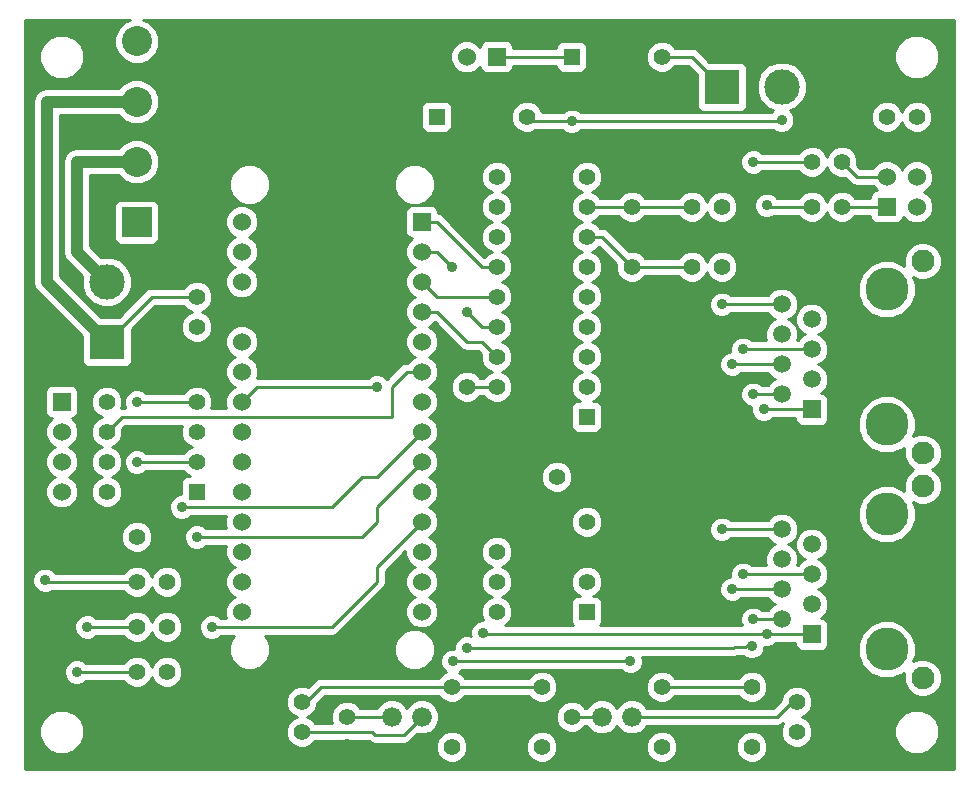
<source format=gtl>
G04 (created by PCBNEW (2013-june-11)-stable) date Thu 24 May 2018 16:45:18 EDT*
%MOIN*%
G04 Gerber Fmt 3.4, Leading zero omitted, Abs format*
%FSLAX34Y34*%
G01*
G70*
G90*
G04 APERTURE LIST*
%ADD10C,0.00590551*%
%ADD11R,0.06X0.06*%
%ADD12C,0.06*%
%ADD13C,0.1437*%
%ADD14R,0.0591X0.0591*%
%ADD15C,0.0591*%
%ADD16C,0.076*%
%ADD17C,0.055*%
%ADD18R,0.1181X0.1181*%
%ADD19C,0.1181*%
%ADD20R,0.1X0.1*%
%ADD21C,0.1*%
%ADD22C,0.056*%
%ADD23R,0.055X0.055*%
%ADD24C,0.066*%
%ADD25C,0.035*%
%ADD26C,0.01*%
%ADD27C,0.0401575*%
%ADD28C,0.0295276*%
G04 APERTURE END LIST*
G54D10*
G54D11*
X34500Y-53500D03*
G54D12*
X34500Y-54500D03*
X34500Y-55500D03*
X34500Y-56500D03*
X34500Y-57500D03*
G54D13*
X62000Y-49750D03*
X62000Y-54250D03*
G54D14*
X59500Y-53750D03*
G54D15*
X58500Y-53250D03*
X59500Y-52750D03*
X58500Y-52250D03*
X59500Y-51750D03*
X58500Y-51250D03*
X59500Y-50750D03*
X58500Y-50250D03*
G54D16*
X63200Y-55200D03*
X63200Y-48800D03*
G54D13*
X62000Y-57250D03*
X62000Y-61750D03*
G54D14*
X59500Y-61250D03*
G54D15*
X58500Y-60750D03*
X59500Y-60250D03*
X58500Y-59750D03*
X59500Y-59250D03*
X58500Y-58750D03*
X59500Y-58250D03*
X58500Y-57750D03*
G54D16*
X63200Y-62700D03*
X63200Y-56300D03*
G54D17*
X37000Y-62500D03*
X38000Y-62500D03*
X37000Y-61000D03*
X38000Y-61000D03*
X37000Y-59500D03*
X38000Y-59500D03*
X38000Y-58000D03*
X37000Y-58000D03*
X39000Y-50000D03*
X39000Y-51000D03*
X59500Y-45500D03*
X60500Y-45500D03*
X59500Y-47000D03*
X60500Y-47000D03*
X48000Y-54000D03*
X48000Y-53000D03*
G54D11*
X62000Y-47000D03*
G54D12*
X62000Y-46000D03*
X63000Y-47000D03*
X63000Y-46000D03*
G54D18*
X56500Y-43000D03*
G54D19*
X58500Y-43000D03*
G54D18*
X36000Y-51500D03*
G54D19*
X36000Y-49500D03*
G54D12*
X46503Y-53500D03*
X46503Y-52500D03*
X46503Y-51500D03*
X46503Y-50500D03*
X46503Y-49500D03*
X46503Y-48500D03*
G54D11*
X46503Y-47500D03*
G54D12*
X46503Y-54500D03*
X46503Y-55500D03*
X46503Y-56500D03*
X46503Y-57500D03*
X46503Y-58500D03*
X46503Y-59500D03*
X46503Y-60500D03*
X40496Y-60500D03*
X40496Y-59500D03*
X40496Y-58500D03*
X40496Y-57500D03*
X40496Y-56500D03*
X40496Y-55500D03*
X40496Y-54500D03*
X40496Y-53500D03*
X40496Y-52500D03*
X40496Y-51500D03*
X40496Y-50500D03*
X40496Y-49500D03*
X40496Y-48500D03*
X40496Y-47500D03*
G54D20*
X37000Y-47511D03*
G54D21*
X37000Y-45503D03*
X37000Y-43496D03*
X37000Y-41488D03*
G54D22*
X53500Y-49000D03*
X53500Y-47000D03*
G54D23*
X39000Y-56500D03*
G54D17*
X39000Y-55500D03*
X39000Y-54500D03*
X39000Y-53500D03*
X36000Y-53500D03*
X36000Y-54500D03*
X36000Y-55500D03*
X36000Y-56500D03*
G54D23*
X52000Y-60500D03*
G54D17*
X52000Y-59500D03*
X52000Y-58500D03*
X52000Y-57500D03*
X49000Y-57500D03*
X49000Y-58500D03*
X49000Y-59500D03*
X49000Y-60500D03*
G54D23*
X52000Y-54000D03*
G54D17*
X52000Y-53000D03*
X52000Y-52000D03*
X52000Y-51000D03*
X52000Y-50000D03*
X52000Y-49000D03*
X52000Y-48000D03*
X52000Y-47000D03*
X52000Y-46000D03*
X49000Y-46000D03*
X49000Y-47000D03*
X49000Y-48000D03*
X49000Y-49000D03*
X49000Y-50000D03*
X49000Y-51000D03*
X49000Y-52000D03*
X49000Y-53000D03*
X49000Y-54000D03*
G54D23*
X51500Y-42000D03*
G54D17*
X54500Y-42000D03*
G54D23*
X47000Y-44000D03*
G54D17*
X50000Y-44000D03*
X50000Y-56000D03*
X51000Y-56000D03*
X63000Y-44000D03*
X62000Y-44000D03*
X56500Y-49000D03*
X55500Y-49000D03*
X56500Y-47000D03*
X55500Y-47000D03*
G54D11*
X49000Y-42000D03*
G54D12*
X48000Y-42000D03*
G54D17*
X44000Y-65000D03*
X44000Y-64000D03*
X51500Y-65000D03*
X51500Y-64000D03*
X42500Y-64500D03*
X42500Y-63500D03*
X59000Y-63500D03*
X59000Y-64500D03*
G54D24*
X45500Y-64000D03*
X46500Y-64000D03*
X52500Y-64000D03*
X53500Y-64000D03*
G54D17*
X50500Y-63000D03*
X50500Y-65000D03*
X47500Y-63000D03*
X47500Y-65000D03*
X57500Y-63000D03*
X57500Y-65000D03*
X54500Y-63000D03*
X54500Y-65000D03*
G54D25*
X48000Y-50500D03*
X47500Y-49000D03*
X48550Y-61200D03*
X58000Y-61250D03*
X57900Y-53750D03*
X58000Y-46950D03*
X48000Y-61700D03*
X57500Y-61650D03*
X57550Y-45500D03*
X57550Y-53250D03*
X57550Y-60750D03*
X53450Y-62150D03*
X47550Y-62150D03*
X35000Y-62500D03*
X35350Y-61000D03*
X33950Y-59450D03*
X38500Y-57000D03*
X39000Y-58000D03*
X39500Y-61000D03*
X51500Y-44150D03*
X58500Y-44100D03*
X56500Y-50250D03*
X56500Y-57750D03*
X57200Y-51750D03*
X57200Y-59250D03*
X56850Y-59750D03*
X56850Y-52250D03*
X37000Y-55500D03*
X37000Y-53500D03*
X45000Y-53000D03*
G54D26*
X49000Y-54000D02*
X48000Y-54000D01*
X46503Y-50500D02*
X47000Y-50500D01*
X48500Y-51500D02*
X49000Y-52000D01*
X48000Y-51500D02*
X48500Y-51500D01*
X47000Y-50500D02*
X48000Y-51500D01*
X46503Y-48500D02*
X47000Y-48500D01*
X48500Y-51000D02*
X49000Y-51000D01*
X48000Y-50500D02*
X48500Y-51000D01*
X47000Y-48500D02*
X47500Y-49000D01*
X49000Y-50000D02*
X47003Y-50000D01*
X47003Y-50000D02*
X46503Y-49500D01*
X62000Y-47000D02*
X60500Y-47000D01*
X48550Y-61200D02*
X48600Y-61250D01*
X58000Y-61250D02*
X48600Y-61250D01*
X58000Y-61250D02*
X59500Y-61250D01*
X59500Y-47000D02*
X58050Y-47000D01*
X57900Y-53750D02*
X59500Y-53750D01*
X58050Y-47000D02*
X58000Y-46950D01*
X56700Y-61700D02*
X48000Y-61700D01*
X57500Y-61650D02*
X56700Y-61700D01*
X49000Y-58500D02*
X49050Y-58500D01*
X57550Y-45500D02*
X59500Y-45500D01*
X58500Y-60750D02*
X57550Y-60750D01*
X57550Y-53250D02*
X58500Y-53250D01*
X54500Y-63000D02*
X57500Y-63000D01*
X47500Y-63000D02*
X50500Y-63000D01*
X42500Y-63500D02*
X42650Y-63500D01*
X43150Y-63000D02*
X47500Y-63000D01*
X42650Y-63500D02*
X43150Y-63000D01*
X51500Y-64000D02*
X52500Y-64000D01*
X44000Y-64000D02*
X45500Y-64000D01*
X42500Y-64500D02*
X43300Y-64500D01*
X45900Y-64600D02*
X46500Y-64000D01*
X44950Y-64600D02*
X45900Y-64600D01*
X44850Y-64500D02*
X44950Y-64600D01*
X43300Y-64500D02*
X44850Y-64500D01*
X59000Y-63500D02*
X58850Y-63500D01*
X58350Y-64000D02*
X53500Y-64000D01*
X58850Y-63500D02*
X58350Y-64000D01*
X49600Y-62150D02*
X53450Y-62150D01*
X47550Y-62150D02*
X49600Y-62150D01*
X36000Y-51500D02*
X37500Y-50000D01*
X37500Y-50000D02*
X39000Y-50000D01*
G54D27*
X37000Y-43496D02*
X34003Y-43496D01*
X34003Y-43496D02*
X34000Y-43500D01*
X34000Y-43500D02*
X34000Y-49500D01*
X34000Y-49500D02*
X36000Y-51500D01*
G54D26*
X35000Y-62500D02*
X37000Y-62500D01*
X35350Y-61000D02*
X37000Y-61000D01*
X37000Y-59500D02*
X34000Y-59500D01*
X34000Y-59500D02*
X33950Y-59450D01*
X44500Y-56000D02*
X45003Y-56000D01*
X45003Y-56000D02*
X46503Y-54500D01*
X44500Y-56000D02*
X45050Y-56000D01*
X43500Y-57000D02*
X44500Y-56000D01*
X38500Y-57000D02*
X43500Y-57000D01*
X45000Y-57000D02*
X46500Y-55500D01*
X46500Y-55500D02*
X46503Y-55500D01*
X45000Y-57500D02*
X45000Y-57000D01*
X44500Y-58000D02*
X45000Y-57500D01*
X39000Y-58000D02*
X44500Y-58000D01*
X45003Y-59000D02*
X46503Y-57500D01*
X45003Y-59496D02*
X45003Y-59000D01*
X43500Y-61000D02*
X45003Y-59496D01*
X39500Y-61000D02*
X43500Y-61000D01*
X36000Y-54500D02*
X36500Y-54000D01*
X46000Y-52500D02*
X46503Y-52500D01*
X45500Y-53000D02*
X46000Y-52500D01*
X45500Y-54000D02*
X45500Y-53000D01*
X36500Y-54000D02*
X45500Y-54000D01*
X46500Y-52500D02*
X46503Y-52500D01*
X53500Y-47000D02*
X55500Y-47000D01*
X52000Y-47000D02*
X53500Y-47000D01*
X53500Y-49000D02*
X55500Y-49000D01*
X52000Y-48000D02*
X52500Y-48000D01*
X52500Y-48000D02*
X53500Y-49000D01*
X49000Y-53000D02*
X48000Y-53000D01*
X54500Y-42000D02*
X55500Y-42000D01*
X55500Y-42000D02*
X56500Y-43000D01*
X51500Y-42000D02*
X49000Y-42000D01*
X51500Y-44150D02*
X50150Y-44150D01*
X50150Y-44150D02*
X50000Y-44000D01*
X58450Y-44150D02*
X51500Y-44150D01*
X58500Y-44100D02*
X58450Y-44150D01*
X58500Y-57750D02*
X56500Y-57750D01*
X56500Y-50250D02*
X58500Y-50250D01*
X59500Y-59250D02*
X57200Y-59250D01*
X57200Y-51750D02*
X59500Y-51750D01*
X58500Y-52250D02*
X56850Y-52250D01*
X56850Y-59750D02*
X58500Y-59750D01*
G54D27*
X35003Y-45503D02*
X35003Y-48496D01*
X36000Y-49492D02*
X36000Y-49500D01*
X35003Y-48496D02*
X36000Y-49492D01*
X35003Y-45503D02*
X37000Y-45503D01*
G54D28*
X35000Y-45500D02*
X35003Y-45503D01*
G54D26*
X37000Y-55500D02*
X39000Y-55500D01*
X37000Y-53500D02*
X39000Y-53500D01*
X62000Y-46000D02*
X61000Y-46000D01*
X61000Y-46000D02*
X60500Y-45500D01*
X46503Y-47500D02*
X47000Y-47500D01*
X48500Y-49000D02*
X49000Y-49000D01*
X47000Y-47500D02*
X48500Y-49000D01*
X40500Y-53500D02*
X40496Y-53500D01*
X41000Y-53000D02*
X40500Y-53500D01*
X45000Y-53000D02*
X41000Y-53000D01*
G54D10*
G36*
X64230Y-65730D02*
X63830Y-65730D01*
X63830Y-62575D01*
X63830Y-56175D01*
X63734Y-55943D01*
X63557Y-55766D01*
X63518Y-55750D01*
X63556Y-55734D01*
X63733Y-55557D01*
X63829Y-55325D01*
X63830Y-55075D01*
X63830Y-48675D01*
X63742Y-48462D01*
X63742Y-41853D01*
X63629Y-41580D01*
X63420Y-41371D01*
X63148Y-41258D01*
X62853Y-41257D01*
X62580Y-41370D01*
X62371Y-41579D01*
X62258Y-41851D01*
X62257Y-42146D01*
X62370Y-42419D01*
X62579Y-42628D01*
X62851Y-42741D01*
X63146Y-42742D01*
X63419Y-42629D01*
X63628Y-42420D01*
X63741Y-42148D01*
X63742Y-41853D01*
X63742Y-48462D01*
X63734Y-48443D01*
X63557Y-48266D01*
X63550Y-48263D01*
X63550Y-46891D01*
X63466Y-46688D01*
X63311Y-46534D01*
X63230Y-46500D01*
X63311Y-46466D01*
X63465Y-46311D01*
X63549Y-46109D01*
X63550Y-45891D01*
X63525Y-45830D01*
X63525Y-43896D01*
X63445Y-43703D01*
X63297Y-43555D01*
X63104Y-43475D01*
X62896Y-43474D01*
X62703Y-43554D01*
X62555Y-43702D01*
X62499Y-43835D01*
X62445Y-43703D01*
X62297Y-43555D01*
X62104Y-43475D01*
X61896Y-43474D01*
X61703Y-43554D01*
X61555Y-43702D01*
X61475Y-43895D01*
X61474Y-44103D01*
X61554Y-44297D01*
X61702Y-44444D01*
X61895Y-44524D01*
X62103Y-44525D01*
X62297Y-44445D01*
X62444Y-44297D01*
X62500Y-44164D01*
X62554Y-44297D01*
X62702Y-44444D01*
X62895Y-44524D01*
X63103Y-44525D01*
X63297Y-44445D01*
X63444Y-44297D01*
X63524Y-44104D01*
X63525Y-43896D01*
X63525Y-45830D01*
X63466Y-45688D01*
X63311Y-45534D01*
X63109Y-45450D01*
X62891Y-45449D01*
X62688Y-45533D01*
X62534Y-45688D01*
X62500Y-45769D01*
X62466Y-45688D01*
X62311Y-45534D01*
X62109Y-45450D01*
X61891Y-45449D01*
X61688Y-45533D01*
X61534Y-45688D01*
X61529Y-45700D01*
X61124Y-45700D01*
X61024Y-45600D01*
X61025Y-45396D01*
X60945Y-45203D01*
X60797Y-45055D01*
X60604Y-44975D01*
X60396Y-44974D01*
X60203Y-45054D01*
X60055Y-45202D01*
X59999Y-45335D01*
X59945Y-45203D01*
X59797Y-45055D01*
X59604Y-44975D01*
X59396Y-44974D01*
X59340Y-44997D01*
X59340Y-42833D01*
X59212Y-42524D01*
X58976Y-42287D01*
X58667Y-42159D01*
X58333Y-42159D01*
X58024Y-42287D01*
X57787Y-42523D01*
X57659Y-42832D01*
X57659Y-43166D01*
X57787Y-43475D01*
X58023Y-43712D01*
X58209Y-43789D01*
X58148Y-43850D01*
X57340Y-43850D01*
X57340Y-43540D01*
X57340Y-42359D01*
X57302Y-42268D01*
X57232Y-42197D01*
X57140Y-42159D01*
X57040Y-42159D01*
X56083Y-42159D01*
X55712Y-41787D01*
X55614Y-41722D01*
X55500Y-41700D01*
X54942Y-41700D01*
X54797Y-41555D01*
X54604Y-41475D01*
X54396Y-41474D01*
X54203Y-41554D01*
X54055Y-41702D01*
X53975Y-41895D01*
X53974Y-42103D01*
X54054Y-42297D01*
X54202Y-42444D01*
X54395Y-42524D01*
X54603Y-42525D01*
X54797Y-42445D01*
X54942Y-42300D01*
X55375Y-42300D01*
X55659Y-42583D01*
X55659Y-43640D01*
X55697Y-43731D01*
X55767Y-43802D01*
X55859Y-43840D01*
X55959Y-43840D01*
X57140Y-43840D01*
X57231Y-43802D01*
X57302Y-43732D01*
X57340Y-43640D01*
X57340Y-43540D01*
X57340Y-43850D01*
X52025Y-43850D01*
X52025Y-42225D01*
X52025Y-41675D01*
X51987Y-41583D01*
X51916Y-41513D01*
X51824Y-41475D01*
X51725Y-41474D01*
X51175Y-41474D01*
X51083Y-41512D01*
X51013Y-41583D01*
X50975Y-41675D01*
X50975Y-41700D01*
X49550Y-41700D01*
X49550Y-41650D01*
X49512Y-41558D01*
X49441Y-41488D01*
X49349Y-41450D01*
X49250Y-41449D01*
X48650Y-41449D01*
X48558Y-41487D01*
X48488Y-41558D01*
X48450Y-41650D01*
X48450Y-41672D01*
X48311Y-41534D01*
X48109Y-41450D01*
X47891Y-41449D01*
X47688Y-41533D01*
X47534Y-41688D01*
X47450Y-41890D01*
X47449Y-42108D01*
X47533Y-42311D01*
X47688Y-42465D01*
X47890Y-42549D01*
X48108Y-42550D01*
X48311Y-42466D01*
X48449Y-42327D01*
X48449Y-42349D01*
X48487Y-42441D01*
X48558Y-42511D01*
X48650Y-42549D01*
X48749Y-42550D01*
X49349Y-42550D01*
X49441Y-42512D01*
X49511Y-42441D01*
X49549Y-42349D01*
X49549Y-42300D01*
X50974Y-42300D01*
X50974Y-42324D01*
X51012Y-42416D01*
X51083Y-42486D01*
X51175Y-42524D01*
X51274Y-42525D01*
X51824Y-42525D01*
X51916Y-42487D01*
X51986Y-42416D01*
X52024Y-42324D01*
X52025Y-42225D01*
X52025Y-43850D01*
X51801Y-43850D01*
X51741Y-43789D01*
X51584Y-43725D01*
X51415Y-43724D01*
X51259Y-43789D01*
X51198Y-43850D01*
X50506Y-43850D01*
X50445Y-43703D01*
X50297Y-43555D01*
X50104Y-43475D01*
X49896Y-43474D01*
X49703Y-43554D01*
X49555Y-43702D01*
X49475Y-43895D01*
X49474Y-44103D01*
X49554Y-44297D01*
X49702Y-44444D01*
X49895Y-44524D01*
X50103Y-44525D01*
X50285Y-44450D01*
X51198Y-44450D01*
X51258Y-44510D01*
X51415Y-44574D01*
X51584Y-44575D01*
X51740Y-44510D01*
X51801Y-44450D01*
X58248Y-44450D01*
X58258Y-44460D01*
X58415Y-44524D01*
X58584Y-44525D01*
X58740Y-44460D01*
X58860Y-44341D01*
X58924Y-44184D01*
X58925Y-44015D01*
X58860Y-43859D01*
X58790Y-43789D01*
X58975Y-43712D01*
X59212Y-43476D01*
X59340Y-43167D01*
X59340Y-42833D01*
X59340Y-44997D01*
X59203Y-45054D01*
X59057Y-45200D01*
X57851Y-45200D01*
X57791Y-45139D01*
X57634Y-45075D01*
X57465Y-45074D01*
X57309Y-45139D01*
X57189Y-45258D01*
X57125Y-45415D01*
X57124Y-45584D01*
X57189Y-45740D01*
X57308Y-45860D01*
X57465Y-45924D01*
X57634Y-45925D01*
X57790Y-45860D01*
X57851Y-45800D01*
X59057Y-45800D01*
X59202Y-45944D01*
X59395Y-46024D01*
X59603Y-46025D01*
X59797Y-45945D01*
X59944Y-45797D01*
X60000Y-45664D01*
X60054Y-45797D01*
X60202Y-45944D01*
X60395Y-46024D01*
X60600Y-46025D01*
X60787Y-46212D01*
X60787Y-46212D01*
X60885Y-46277D01*
X61000Y-46300D01*
X61528Y-46300D01*
X61533Y-46311D01*
X61672Y-46449D01*
X61650Y-46449D01*
X61558Y-46487D01*
X61488Y-46558D01*
X61450Y-46650D01*
X61450Y-46700D01*
X60942Y-46700D01*
X60797Y-46555D01*
X60604Y-46475D01*
X60396Y-46474D01*
X60203Y-46554D01*
X60055Y-46702D01*
X59999Y-46835D01*
X59945Y-46703D01*
X59797Y-46555D01*
X59604Y-46475D01*
X59396Y-46474D01*
X59203Y-46554D01*
X59057Y-46700D01*
X58350Y-46700D01*
X58241Y-46589D01*
X58084Y-46525D01*
X57915Y-46524D01*
X57759Y-46589D01*
X57639Y-46708D01*
X57575Y-46865D01*
X57574Y-47034D01*
X57639Y-47190D01*
X57758Y-47310D01*
X57915Y-47374D01*
X58084Y-47375D01*
X58240Y-47310D01*
X58250Y-47300D01*
X59057Y-47300D01*
X59202Y-47444D01*
X59395Y-47524D01*
X59603Y-47525D01*
X59797Y-47445D01*
X59944Y-47297D01*
X60000Y-47164D01*
X60054Y-47297D01*
X60202Y-47444D01*
X60395Y-47524D01*
X60603Y-47525D01*
X60797Y-47445D01*
X60942Y-47300D01*
X61449Y-47300D01*
X61449Y-47349D01*
X61487Y-47441D01*
X61558Y-47511D01*
X61650Y-47549D01*
X61749Y-47550D01*
X62349Y-47550D01*
X62441Y-47512D01*
X62511Y-47441D01*
X62549Y-47349D01*
X62549Y-47327D01*
X62688Y-47465D01*
X62890Y-47549D01*
X63108Y-47550D01*
X63311Y-47466D01*
X63465Y-47311D01*
X63549Y-47109D01*
X63550Y-46891D01*
X63550Y-48263D01*
X63325Y-48170D01*
X63075Y-48169D01*
X62843Y-48265D01*
X62666Y-48442D01*
X62570Y-48674D01*
X62569Y-48924D01*
X62587Y-48967D01*
X62549Y-48929D01*
X62193Y-48781D01*
X61808Y-48781D01*
X61452Y-48928D01*
X61179Y-49200D01*
X61031Y-49556D01*
X61031Y-49941D01*
X61178Y-50297D01*
X61450Y-50570D01*
X61806Y-50718D01*
X62191Y-50718D01*
X62547Y-50571D01*
X62820Y-50299D01*
X62968Y-49943D01*
X62968Y-49558D01*
X62882Y-49350D01*
X63074Y-49429D01*
X63324Y-49430D01*
X63556Y-49334D01*
X63733Y-49157D01*
X63829Y-48925D01*
X63830Y-48675D01*
X63830Y-55075D01*
X63734Y-54843D01*
X63557Y-54666D01*
X63325Y-54570D01*
X63075Y-54569D01*
X62882Y-54649D01*
X62968Y-54443D01*
X62968Y-54058D01*
X62821Y-53702D01*
X62549Y-53429D01*
X62193Y-53281D01*
X61808Y-53281D01*
X61452Y-53428D01*
X61179Y-53700D01*
X61031Y-54056D01*
X61031Y-54441D01*
X61178Y-54797D01*
X61450Y-55070D01*
X61806Y-55218D01*
X62191Y-55218D01*
X62547Y-55071D01*
X62587Y-55031D01*
X62570Y-55074D01*
X62569Y-55324D01*
X62665Y-55556D01*
X62842Y-55733D01*
X62881Y-55749D01*
X62843Y-55765D01*
X62666Y-55942D01*
X62570Y-56174D01*
X62569Y-56424D01*
X62587Y-56467D01*
X62549Y-56429D01*
X62193Y-56281D01*
X61808Y-56281D01*
X61452Y-56428D01*
X61179Y-56700D01*
X61031Y-57056D01*
X61031Y-57441D01*
X61178Y-57797D01*
X61450Y-58070D01*
X61806Y-58218D01*
X62191Y-58218D01*
X62547Y-58071D01*
X62820Y-57799D01*
X62968Y-57443D01*
X62968Y-57058D01*
X62882Y-56850D01*
X63074Y-56929D01*
X63324Y-56930D01*
X63556Y-56834D01*
X63733Y-56657D01*
X63829Y-56425D01*
X63830Y-56175D01*
X63830Y-62575D01*
X63734Y-62343D01*
X63557Y-62166D01*
X63325Y-62070D01*
X63075Y-62069D01*
X62882Y-62149D01*
X62968Y-61943D01*
X62968Y-61558D01*
X62821Y-61202D01*
X62549Y-60929D01*
X62193Y-60781D01*
X61808Y-60781D01*
X61452Y-60928D01*
X61179Y-61200D01*
X61031Y-61556D01*
X61031Y-61941D01*
X61178Y-62297D01*
X61450Y-62570D01*
X61806Y-62718D01*
X62191Y-62718D01*
X62547Y-62571D01*
X62587Y-62531D01*
X62570Y-62574D01*
X62569Y-62824D01*
X62665Y-63056D01*
X62842Y-63233D01*
X63074Y-63329D01*
X63324Y-63330D01*
X63556Y-63234D01*
X63733Y-63057D01*
X63829Y-62825D01*
X63830Y-62575D01*
X63830Y-65730D01*
X63742Y-65730D01*
X63742Y-64353D01*
X63629Y-64080D01*
X63420Y-63871D01*
X63148Y-63758D01*
X62853Y-63757D01*
X62580Y-63870D01*
X62371Y-64079D01*
X62258Y-64351D01*
X62257Y-64646D01*
X62370Y-64919D01*
X62579Y-65128D01*
X62851Y-65241D01*
X63146Y-65242D01*
X63419Y-65129D01*
X63628Y-64920D01*
X63741Y-64648D01*
X63742Y-64353D01*
X63742Y-65730D01*
X60045Y-65730D01*
X60045Y-60141D01*
X59962Y-59941D01*
X59809Y-59787D01*
X59718Y-59750D01*
X59808Y-59712D01*
X59962Y-59559D01*
X60045Y-59358D01*
X60045Y-59141D01*
X59962Y-58941D01*
X59809Y-58787D01*
X59718Y-58750D01*
X59808Y-58712D01*
X59962Y-58559D01*
X60045Y-58358D01*
X60045Y-58141D01*
X60045Y-52641D01*
X59962Y-52441D01*
X59809Y-52287D01*
X59718Y-52250D01*
X59808Y-52212D01*
X59962Y-52059D01*
X60045Y-51858D01*
X60045Y-51641D01*
X59962Y-51441D01*
X59809Y-51287D01*
X59718Y-51250D01*
X59808Y-51212D01*
X59962Y-51059D01*
X60045Y-50858D01*
X60045Y-50641D01*
X59962Y-50441D01*
X59809Y-50287D01*
X59608Y-50204D01*
X59391Y-50204D01*
X59191Y-50287D01*
X59037Y-50440D01*
X58954Y-50641D01*
X58954Y-50858D01*
X59037Y-51058D01*
X59190Y-51212D01*
X59281Y-51249D01*
X59191Y-51287D01*
X59037Y-51440D01*
X59033Y-51450D01*
X59007Y-51450D01*
X59045Y-51358D01*
X59045Y-51141D01*
X58962Y-50941D01*
X58809Y-50787D01*
X58718Y-50750D01*
X58808Y-50712D01*
X58962Y-50559D01*
X59045Y-50358D01*
X59045Y-50141D01*
X58962Y-49941D01*
X58809Y-49787D01*
X58608Y-49704D01*
X58391Y-49704D01*
X58191Y-49787D01*
X58037Y-49940D01*
X58033Y-49950D01*
X57025Y-49950D01*
X57025Y-48896D01*
X56945Y-48703D01*
X56797Y-48555D01*
X56604Y-48475D01*
X56396Y-48474D01*
X56203Y-48554D01*
X56055Y-48702D01*
X55999Y-48835D01*
X55945Y-48703D01*
X55797Y-48555D01*
X55604Y-48475D01*
X55396Y-48474D01*
X55203Y-48554D01*
X55057Y-48700D01*
X53949Y-48700D01*
X53800Y-48550D01*
X53605Y-48470D01*
X53395Y-48469D01*
X53394Y-48470D01*
X52712Y-47787D01*
X52614Y-47722D01*
X52500Y-47700D01*
X52442Y-47700D01*
X52297Y-47555D01*
X52164Y-47499D01*
X52297Y-47445D01*
X52442Y-47300D01*
X53050Y-47300D01*
X53199Y-47449D01*
X53394Y-47529D01*
X53604Y-47530D01*
X53799Y-47449D01*
X53949Y-47300D01*
X53949Y-47300D01*
X55057Y-47300D01*
X55202Y-47444D01*
X55395Y-47524D01*
X55603Y-47525D01*
X55797Y-47445D01*
X55944Y-47297D01*
X56000Y-47164D01*
X56054Y-47297D01*
X56202Y-47444D01*
X56395Y-47524D01*
X56603Y-47525D01*
X56797Y-47445D01*
X56944Y-47297D01*
X57024Y-47104D01*
X57025Y-46896D01*
X56945Y-46703D01*
X56797Y-46555D01*
X56604Y-46475D01*
X56396Y-46474D01*
X56203Y-46554D01*
X56055Y-46702D01*
X55999Y-46835D01*
X55945Y-46703D01*
X55797Y-46555D01*
X55604Y-46475D01*
X55396Y-46474D01*
X55203Y-46554D01*
X55057Y-46700D01*
X53949Y-46700D01*
X53800Y-46550D01*
X53605Y-46470D01*
X53395Y-46469D01*
X53200Y-46550D01*
X53050Y-46699D01*
X53050Y-46700D01*
X52442Y-46700D01*
X52297Y-46555D01*
X52164Y-46499D01*
X52297Y-46445D01*
X52444Y-46297D01*
X52524Y-46104D01*
X52525Y-45896D01*
X52445Y-45703D01*
X52297Y-45555D01*
X52104Y-45475D01*
X51896Y-45474D01*
X51703Y-45554D01*
X51555Y-45702D01*
X51475Y-45895D01*
X51474Y-46103D01*
X51554Y-46297D01*
X51702Y-46444D01*
X51835Y-46500D01*
X51703Y-46554D01*
X51555Y-46702D01*
X51475Y-46895D01*
X51474Y-47103D01*
X51554Y-47297D01*
X51702Y-47444D01*
X51835Y-47500D01*
X51703Y-47554D01*
X51555Y-47702D01*
X51475Y-47895D01*
X51474Y-48103D01*
X51554Y-48297D01*
X51702Y-48444D01*
X51835Y-48500D01*
X51703Y-48554D01*
X51555Y-48702D01*
X51475Y-48895D01*
X51474Y-49103D01*
X51554Y-49297D01*
X51702Y-49444D01*
X51835Y-49500D01*
X51703Y-49554D01*
X51555Y-49702D01*
X51475Y-49895D01*
X51474Y-50103D01*
X51554Y-50297D01*
X51702Y-50444D01*
X51835Y-50500D01*
X51703Y-50554D01*
X51555Y-50702D01*
X51475Y-50895D01*
X51474Y-51103D01*
X51554Y-51297D01*
X51702Y-51444D01*
X51835Y-51500D01*
X51703Y-51554D01*
X51555Y-51702D01*
X51475Y-51895D01*
X51474Y-52103D01*
X51554Y-52297D01*
X51702Y-52444D01*
X51835Y-52500D01*
X51703Y-52554D01*
X51555Y-52702D01*
X51475Y-52895D01*
X51474Y-53103D01*
X51554Y-53297D01*
X51702Y-53444D01*
X51774Y-53474D01*
X51675Y-53474D01*
X51583Y-53512D01*
X51513Y-53583D01*
X51475Y-53675D01*
X51474Y-53774D01*
X51474Y-54324D01*
X51512Y-54416D01*
X51583Y-54486D01*
X51675Y-54524D01*
X51774Y-54525D01*
X52324Y-54525D01*
X52416Y-54487D01*
X52486Y-54416D01*
X52524Y-54324D01*
X52525Y-54225D01*
X52525Y-53675D01*
X52487Y-53583D01*
X52416Y-53513D01*
X52324Y-53475D01*
X52225Y-53474D01*
X52225Y-53474D01*
X52297Y-53445D01*
X52444Y-53297D01*
X52524Y-53104D01*
X52525Y-52896D01*
X52445Y-52703D01*
X52297Y-52555D01*
X52164Y-52499D01*
X52297Y-52445D01*
X52444Y-52297D01*
X52524Y-52104D01*
X52525Y-51896D01*
X52445Y-51703D01*
X52297Y-51555D01*
X52164Y-51499D01*
X52297Y-51445D01*
X52444Y-51297D01*
X52524Y-51104D01*
X52525Y-50896D01*
X52445Y-50703D01*
X52297Y-50555D01*
X52164Y-50499D01*
X52297Y-50445D01*
X52444Y-50297D01*
X52524Y-50104D01*
X52525Y-49896D01*
X52445Y-49703D01*
X52297Y-49555D01*
X52164Y-49499D01*
X52297Y-49445D01*
X52444Y-49297D01*
X52524Y-49104D01*
X52525Y-48896D01*
X52445Y-48703D01*
X52297Y-48555D01*
X52164Y-48499D01*
X52297Y-48445D01*
X52409Y-48333D01*
X52970Y-48894D01*
X52969Y-49104D01*
X53050Y-49299D01*
X53199Y-49449D01*
X53394Y-49529D01*
X53604Y-49530D01*
X53799Y-49449D01*
X53949Y-49300D01*
X53949Y-49300D01*
X55057Y-49300D01*
X55202Y-49444D01*
X55395Y-49524D01*
X55603Y-49525D01*
X55797Y-49445D01*
X55944Y-49297D01*
X56000Y-49164D01*
X56054Y-49297D01*
X56202Y-49444D01*
X56395Y-49524D01*
X56603Y-49525D01*
X56797Y-49445D01*
X56944Y-49297D01*
X57024Y-49104D01*
X57025Y-48896D01*
X57025Y-49950D01*
X56801Y-49950D01*
X56741Y-49889D01*
X56584Y-49825D01*
X56415Y-49824D01*
X56259Y-49889D01*
X56139Y-50008D01*
X56075Y-50165D01*
X56074Y-50334D01*
X56139Y-50490D01*
X56258Y-50610D01*
X56415Y-50674D01*
X56584Y-50675D01*
X56740Y-50610D01*
X56801Y-50550D01*
X58033Y-50550D01*
X58037Y-50558D01*
X58190Y-50712D01*
X58281Y-50749D01*
X58191Y-50787D01*
X58037Y-50940D01*
X57954Y-51141D01*
X57954Y-51358D01*
X57992Y-51450D01*
X57501Y-51450D01*
X57441Y-51389D01*
X57284Y-51325D01*
X57115Y-51324D01*
X56959Y-51389D01*
X56839Y-51508D01*
X56775Y-51665D01*
X56774Y-51824D01*
X56765Y-51824D01*
X56609Y-51889D01*
X56489Y-52008D01*
X56425Y-52165D01*
X56424Y-52334D01*
X56489Y-52490D01*
X56608Y-52610D01*
X56765Y-52674D01*
X56934Y-52675D01*
X57090Y-52610D01*
X57151Y-52550D01*
X58033Y-52550D01*
X58037Y-52558D01*
X58190Y-52712D01*
X58281Y-52749D01*
X58191Y-52787D01*
X58037Y-52940D01*
X58033Y-52950D01*
X57851Y-52950D01*
X57791Y-52889D01*
X57634Y-52825D01*
X57465Y-52824D01*
X57309Y-52889D01*
X57189Y-53008D01*
X57125Y-53165D01*
X57124Y-53334D01*
X57189Y-53490D01*
X57308Y-53610D01*
X57465Y-53674D01*
X57475Y-53674D01*
X57474Y-53834D01*
X57539Y-53990D01*
X57658Y-54110D01*
X57815Y-54174D01*
X57984Y-54175D01*
X58140Y-54110D01*
X58201Y-54050D01*
X58954Y-54050D01*
X58954Y-54095D01*
X58992Y-54186D01*
X59062Y-54257D01*
X59154Y-54295D01*
X59254Y-54295D01*
X59845Y-54295D01*
X59936Y-54257D01*
X60007Y-54187D01*
X60045Y-54095D01*
X60045Y-53995D01*
X60045Y-53404D01*
X60007Y-53313D01*
X59937Y-53242D01*
X59845Y-53204D01*
X59816Y-53204D01*
X59962Y-53059D01*
X60045Y-52858D01*
X60045Y-52641D01*
X60045Y-58141D01*
X59962Y-57941D01*
X59809Y-57787D01*
X59608Y-57704D01*
X59391Y-57704D01*
X59191Y-57787D01*
X59037Y-57940D01*
X58954Y-58141D01*
X58954Y-58358D01*
X59037Y-58558D01*
X59190Y-58712D01*
X59281Y-58749D01*
X59191Y-58787D01*
X59037Y-58940D01*
X59033Y-58950D01*
X59007Y-58950D01*
X59045Y-58858D01*
X59045Y-58641D01*
X58962Y-58441D01*
X58809Y-58287D01*
X58718Y-58250D01*
X58808Y-58212D01*
X58962Y-58059D01*
X59045Y-57858D01*
X59045Y-57641D01*
X58962Y-57441D01*
X58809Y-57287D01*
X58608Y-57204D01*
X58391Y-57204D01*
X58191Y-57287D01*
X58037Y-57440D01*
X58033Y-57450D01*
X56801Y-57450D01*
X56741Y-57389D01*
X56584Y-57325D01*
X56415Y-57324D01*
X56259Y-57389D01*
X56139Y-57508D01*
X56075Y-57665D01*
X56074Y-57834D01*
X56139Y-57990D01*
X56258Y-58110D01*
X56415Y-58174D01*
X56584Y-58175D01*
X56740Y-58110D01*
X56801Y-58050D01*
X58033Y-58050D01*
X58037Y-58058D01*
X58190Y-58212D01*
X58281Y-58249D01*
X58191Y-58287D01*
X58037Y-58440D01*
X57954Y-58641D01*
X57954Y-58858D01*
X57992Y-58950D01*
X57501Y-58950D01*
X57441Y-58889D01*
X57284Y-58825D01*
X57115Y-58824D01*
X56959Y-58889D01*
X56839Y-59008D01*
X56775Y-59165D01*
X56774Y-59324D01*
X56765Y-59324D01*
X56609Y-59389D01*
X56489Y-59508D01*
X56425Y-59665D01*
X56424Y-59834D01*
X56489Y-59990D01*
X56608Y-60110D01*
X56765Y-60174D01*
X56934Y-60175D01*
X57090Y-60110D01*
X57151Y-60050D01*
X58033Y-60050D01*
X58037Y-60058D01*
X58190Y-60212D01*
X58281Y-60249D01*
X58191Y-60287D01*
X58037Y-60440D01*
X58033Y-60450D01*
X57851Y-60450D01*
X57791Y-60389D01*
X57634Y-60325D01*
X57465Y-60324D01*
X57309Y-60389D01*
X57189Y-60508D01*
X57125Y-60665D01*
X57124Y-60834D01*
X57172Y-60950D01*
X52453Y-60950D01*
X52486Y-60916D01*
X52524Y-60824D01*
X52525Y-60725D01*
X52525Y-60175D01*
X52487Y-60083D01*
X52416Y-60013D01*
X52324Y-59975D01*
X52225Y-59974D01*
X52225Y-59974D01*
X52297Y-59945D01*
X52444Y-59797D01*
X52524Y-59604D01*
X52525Y-59396D01*
X52525Y-57396D01*
X52445Y-57203D01*
X52297Y-57055D01*
X52104Y-56975D01*
X51896Y-56974D01*
X51703Y-57054D01*
X51555Y-57202D01*
X51525Y-57274D01*
X51525Y-55896D01*
X51445Y-55703D01*
X51297Y-55555D01*
X51104Y-55475D01*
X50896Y-55474D01*
X50703Y-55554D01*
X50555Y-55702D01*
X50475Y-55895D01*
X50474Y-56103D01*
X50554Y-56297D01*
X50702Y-56444D01*
X50895Y-56524D01*
X51103Y-56525D01*
X51297Y-56445D01*
X51444Y-56297D01*
X51524Y-56104D01*
X51525Y-55896D01*
X51525Y-57274D01*
X51475Y-57395D01*
X51474Y-57603D01*
X51554Y-57797D01*
X51702Y-57944D01*
X51895Y-58024D01*
X52103Y-58025D01*
X52297Y-57945D01*
X52444Y-57797D01*
X52524Y-57604D01*
X52525Y-57396D01*
X52525Y-59396D01*
X52445Y-59203D01*
X52297Y-59055D01*
X52104Y-58975D01*
X51896Y-58974D01*
X51703Y-59054D01*
X51555Y-59202D01*
X51475Y-59395D01*
X51474Y-59603D01*
X51554Y-59797D01*
X51702Y-59944D01*
X51774Y-59974D01*
X51675Y-59974D01*
X51583Y-60012D01*
X51513Y-60083D01*
X51475Y-60175D01*
X51474Y-60274D01*
X51474Y-60824D01*
X51512Y-60916D01*
X51546Y-60950D01*
X49285Y-60950D01*
X49297Y-60945D01*
X49444Y-60797D01*
X49524Y-60604D01*
X49525Y-60396D01*
X49445Y-60203D01*
X49297Y-60055D01*
X49164Y-59999D01*
X49297Y-59945D01*
X49444Y-59797D01*
X49524Y-59604D01*
X49525Y-59396D01*
X49445Y-59203D01*
X49297Y-59055D01*
X49164Y-58999D01*
X49297Y-58945D01*
X49444Y-58797D01*
X49524Y-58604D01*
X49525Y-58396D01*
X49525Y-52896D01*
X49445Y-52703D01*
X49297Y-52555D01*
X49164Y-52499D01*
X49297Y-52445D01*
X49444Y-52297D01*
X49524Y-52104D01*
X49525Y-51896D01*
X49445Y-51703D01*
X49297Y-51555D01*
X49164Y-51499D01*
X49297Y-51445D01*
X49444Y-51297D01*
X49524Y-51104D01*
X49525Y-50896D01*
X49445Y-50703D01*
X49297Y-50555D01*
X49164Y-50499D01*
X49297Y-50445D01*
X49444Y-50297D01*
X49524Y-50104D01*
X49525Y-49896D01*
X49445Y-49703D01*
X49297Y-49555D01*
X49164Y-49499D01*
X49297Y-49445D01*
X49444Y-49297D01*
X49524Y-49104D01*
X49525Y-48896D01*
X49445Y-48703D01*
X49297Y-48555D01*
X49164Y-48499D01*
X49297Y-48445D01*
X49444Y-48297D01*
X49524Y-48104D01*
X49525Y-47896D01*
X49445Y-47703D01*
X49297Y-47555D01*
X49164Y-47499D01*
X49297Y-47445D01*
X49444Y-47297D01*
X49524Y-47104D01*
X49525Y-46896D01*
X49445Y-46703D01*
X49297Y-46555D01*
X49164Y-46499D01*
X49297Y-46445D01*
X49444Y-46297D01*
X49524Y-46104D01*
X49525Y-45896D01*
X49445Y-45703D01*
X49297Y-45555D01*
X49104Y-45475D01*
X48896Y-45474D01*
X48703Y-45554D01*
X48555Y-45702D01*
X48475Y-45895D01*
X48474Y-46103D01*
X48554Y-46297D01*
X48702Y-46444D01*
X48835Y-46500D01*
X48703Y-46554D01*
X48555Y-46702D01*
X48475Y-46895D01*
X48474Y-47103D01*
X48554Y-47297D01*
X48702Y-47444D01*
X48835Y-47500D01*
X48703Y-47554D01*
X48555Y-47702D01*
X48475Y-47895D01*
X48474Y-48103D01*
X48554Y-48297D01*
X48702Y-48444D01*
X48835Y-48500D01*
X48703Y-48554D01*
X48590Y-48666D01*
X47525Y-47600D01*
X47525Y-44225D01*
X47525Y-43675D01*
X47487Y-43583D01*
X47416Y-43513D01*
X47324Y-43475D01*
X47225Y-43474D01*
X46675Y-43474D01*
X46583Y-43512D01*
X46513Y-43583D01*
X46475Y-43675D01*
X46474Y-43774D01*
X46474Y-44324D01*
X46512Y-44416D01*
X46583Y-44486D01*
X46675Y-44524D01*
X46774Y-44525D01*
X47324Y-44525D01*
X47416Y-44487D01*
X47486Y-44416D01*
X47524Y-44324D01*
X47525Y-44225D01*
X47525Y-47600D01*
X47212Y-47287D01*
X47114Y-47222D01*
X47053Y-47210D01*
X47053Y-47210D01*
X47053Y-47150D01*
X47016Y-47058D01*
X46945Y-46988D01*
X46933Y-46982D01*
X46933Y-46114D01*
X46829Y-45863D01*
X46637Y-45671D01*
X46386Y-45567D01*
X46114Y-45566D01*
X45863Y-45670D01*
X45671Y-45862D01*
X45567Y-46113D01*
X45566Y-46385D01*
X45670Y-46636D01*
X45862Y-46828D01*
X46113Y-46932D01*
X46385Y-46933D01*
X46636Y-46829D01*
X46828Y-46637D01*
X46932Y-46386D01*
X46933Y-46114D01*
X46933Y-46982D01*
X46853Y-46950D01*
X46754Y-46949D01*
X46154Y-46949D01*
X46062Y-46987D01*
X45992Y-47058D01*
X45953Y-47150D01*
X45953Y-47249D01*
X45953Y-47849D01*
X45991Y-47941D01*
X46062Y-48011D01*
X46153Y-48049D01*
X46176Y-48049D01*
X46037Y-48188D01*
X45954Y-48390D01*
X45953Y-48608D01*
X46037Y-48811D01*
X46191Y-48965D01*
X46273Y-48999D01*
X46192Y-49033D01*
X46037Y-49188D01*
X45954Y-49390D01*
X45953Y-49608D01*
X46037Y-49811D01*
X46191Y-49965D01*
X46273Y-49999D01*
X46192Y-50033D01*
X46037Y-50188D01*
X45954Y-50390D01*
X45953Y-50608D01*
X46037Y-50811D01*
X46191Y-50965D01*
X46273Y-50999D01*
X46192Y-51033D01*
X46037Y-51188D01*
X45954Y-51390D01*
X45953Y-51608D01*
X46037Y-51811D01*
X46191Y-51965D01*
X46273Y-51999D01*
X46192Y-52033D01*
X46037Y-52188D01*
X46032Y-52200D01*
X46000Y-52200D01*
X45885Y-52222D01*
X45787Y-52287D01*
X45338Y-52737D01*
X45241Y-52639D01*
X45084Y-52575D01*
X44915Y-52574D01*
X44759Y-52639D01*
X44698Y-52700D01*
X41433Y-52700D01*
X41433Y-46114D01*
X41329Y-45863D01*
X41137Y-45671D01*
X40886Y-45567D01*
X40614Y-45566D01*
X40363Y-45670D01*
X40171Y-45862D01*
X40067Y-46113D01*
X40066Y-46385D01*
X40170Y-46636D01*
X40362Y-46828D01*
X40613Y-46932D01*
X40885Y-46933D01*
X41136Y-46829D01*
X41328Y-46637D01*
X41432Y-46386D01*
X41433Y-46114D01*
X41433Y-52700D01*
X41008Y-52700D01*
X41045Y-52609D01*
X41046Y-52391D01*
X40962Y-52188D01*
X40808Y-52034D01*
X40726Y-52000D01*
X40807Y-51966D01*
X40962Y-51811D01*
X41045Y-51609D01*
X41046Y-51391D01*
X41046Y-49391D01*
X40962Y-49188D01*
X40808Y-49034D01*
X40726Y-49000D01*
X40807Y-48966D01*
X40962Y-48811D01*
X41045Y-48609D01*
X41046Y-48391D01*
X40962Y-48188D01*
X40808Y-48034D01*
X40726Y-48000D01*
X40807Y-47966D01*
X40962Y-47811D01*
X41045Y-47609D01*
X41046Y-47391D01*
X40962Y-47188D01*
X40808Y-47034D01*
X40605Y-46950D01*
X40387Y-46949D01*
X40184Y-47033D01*
X40030Y-47188D01*
X39946Y-47390D01*
X39945Y-47608D01*
X40029Y-47811D01*
X40184Y-47965D01*
X40265Y-47999D01*
X40184Y-48033D01*
X40030Y-48188D01*
X39946Y-48390D01*
X39945Y-48608D01*
X40029Y-48811D01*
X40184Y-48965D01*
X40265Y-48999D01*
X40184Y-49033D01*
X40030Y-49188D01*
X39946Y-49390D01*
X39945Y-49608D01*
X40029Y-49811D01*
X40184Y-49965D01*
X40386Y-50049D01*
X40604Y-50050D01*
X40807Y-49966D01*
X40962Y-49811D01*
X41045Y-49609D01*
X41046Y-49391D01*
X41046Y-51391D01*
X40962Y-51188D01*
X40808Y-51034D01*
X40605Y-50950D01*
X40387Y-50949D01*
X40184Y-51033D01*
X40030Y-51188D01*
X39946Y-51390D01*
X39945Y-51608D01*
X40029Y-51811D01*
X40184Y-51965D01*
X40265Y-51999D01*
X40184Y-52033D01*
X40030Y-52188D01*
X39946Y-52390D01*
X39945Y-52608D01*
X40029Y-52811D01*
X40184Y-52965D01*
X40265Y-52999D01*
X40184Y-53033D01*
X40030Y-53188D01*
X39946Y-53390D01*
X39945Y-53608D01*
X39983Y-53700D01*
X39485Y-53700D01*
X39524Y-53604D01*
X39525Y-53396D01*
X39525Y-50896D01*
X39445Y-50703D01*
X39297Y-50555D01*
X39164Y-50499D01*
X39297Y-50445D01*
X39444Y-50297D01*
X39524Y-50104D01*
X39525Y-49896D01*
X39445Y-49703D01*
X39297Y-49555D01*
X39104Y-49475D01*
X38896Y-49474D01*
X38703Y-49554D01*
X38557Y-49700D01*
X37750Y-49700D01*
X37750Y-45355D01*
X37636Y-45079D01*
X37425Y-44868D01*
X37149Y-44754D01*
X36851Y-44753D01*
X36575Y-44867D01*
X36389Y-45053D01*
X35003Y-45053D01*
X34831Y-45087D01*
X34685Y-45185D01*
X34587Y-45331D01*
X34553Y-45503D01*
X34553Y-48496D01*
X34587Y-48668D01*
X34685Y-48814D01*
X35172Y-49301D01*
X35159Y-49332D01*
X35159Y-49666D01*
X35287Y-49975D01*
X35523Y-50212D01*
X35832Y-50340D01*
X36166Y-50340D01*
X36475Y-50212D01*
X36712Y-49976D01*
X36840Y-49667D01*
X36840Y-49333D01*
X36712Y-49024D01*
X36476Y-48787D01*
X36167Y-48659D01*
X35833Y-48659D01*
X35813Y-48667D01*
X35454Y-48309D01*
X35454Y-45954D01*
X36390Y-45954D01*
X36574Y-46139D01*
X36850Y-46253D01*
X37148Y-46254D01*
X37424Y-46140D01*
X37635Y-45929D01*
X37749Y-45653D01*
X37750Y-45355D01*
X37750Y-49700D01*
X37750Y-49700D01*
X37750Y-47962D01*
X37750Y-46962D01*
X37712Y-46870D01*
X37641Y-46799D01*
X37549Y-46761D01*
X37450Y-46761D01*
X36450Y-46761D01*
X36358Y-46799D01*
X36288Y-46870D01*
X36250Y-46961D01*
X36249Y-47061D01*
X36249Y-48061D01*
X36287Y-48153D01*
X36358Y-48223D01*
X36450Y-48261D01*
X36549Y-48261D01*
X37549Y-48261D01*
X37641Y-48223D01*
X37711Y-48153D01*
X37749Y-48061D01*
X37750Y-47962D01*
X37750Y-49700D01*
X37500Y-49700D01*
X37385Y-49722D01*
X37287Y-49787D01*
X36416Y-50659D01*
X35796Y-50659D01*
X34450Y-49313D01*
X34450Y-43946D01*
X36390Y-43946D01*
X36574Y-44131D01*
X36850Y-44245D01*
X37148Y-44246D01*
X37424Y-44132D01*
X37635Y-43921D01*
X37749Y-43645D01*
X37750Y-43347D01*
X37636Y-43071D01*
X37425Y-42860D01*
X37149Y-42746D01*
X36851Y-42745D01*
X36575Y-42859D01*
X36389Y-43045D01*
X35242Y-43045D01*
X35242Y-41853D01*
X35129Y-41580D01*
X34920Y-41371D01*
X34648Y-41258D01*
X34353Y-41257D01*
X34080Y-41370D01*
X33871Y-41579D01*
X33758Y-41851D01*
X33757Y-42146D01*
X33870Y-42419D01*
X34079Y-42628D01*
X34351Y-42741D01*
X34646Y-42742D01*
X34919Y-42629D01*
X35128Y-42420D01*
X35241Y-42148D01*
X35242Y-41853D01*
X35242Y-43045D01*
X34003Y-43045D01*
X33831Y-43079D01*
X33685Y-43177D01*
X33681Y-43181D01*
X33583Y-43327D01*
X33549Y-43500D01*
X33549Y-49500D01*
X33583Y-49672D01*
X33681Y-49818D01*
X35159Y-51296D01*
X35159Y-52140D01*
X35197Y-52231D01*
X35267Y-52302D01*
X35359Y-52340D01*
X35459Y-52340D01*
X36640Y-52340D01*
X36731Y-52302D01*
X36802Y-52232D01*
X36840Y-52140D01*
X36840Y-52040D01*
X36840Y-51083D01*
X37624Y-50300D01*
X38557Y-50300D01*
X38702Y-50444D01*
X38835Y-50500D01*
X38703Y-50554D01*
X38555Y-50702D01*
X38475Y-50895D01*
X38474Y-51103D01*
X38554Y-51297D01*
X38702Y-51444D01*
X38895Y-51524D01*
X39103Y-51525D01*
X39297Y-51445D01*
X39444Y-51297D01*
X39524Y-51104D01*
X39525Y-50896D01*
X39525Y-53396D01*
X39445Y-53203D01*
X39297Y-53055D01*
X39104Y-52975D01*
X38896Y-52974D01*
X38703Y-53054D01*
X38557Y-53200D01*
X37301Y-53200D01*
X37241Y-53139D01*
X37084Y-53075D01*
X36915Y-53074D01*
X36759Y-53139D01*
X36639Y-53258D01*
X36575Y-53415D01*
X36574Y-53584D01*
X36622Y-53700D01*
X36500Y-53700D01*
X36484Y-53703D01*
X36524Y-53604D01*
X36525Y-53396D01*
X36445Y-53203D01*
X36297Y-53055D01*
X36104Y-52975D01*
X35896Y-52974D01*
X35703Y-53054D01*
X35555Y-53202D01*
X35475Y-53395D01*
X35474Y-53603D01*
X35554Y-53797D01*
X35702Y-53944D01*
X35835Y-54000D01*
X35703Y-54054D01*
X35555Y-54202D01*
X35475Y-54395D01*
X35474Y-54603D01*
X35554Y-54797D01*
X35702Y-54944D01*
X35835Y-55000D01*
X35703Y-55054D01*
X35555Y-55202D01*
X35475Y-55395D01*
X35474Y-55603D01*
X35554Y-55797D01*
X35702Y-55944D01*
X35835Y-56000D01*
X35703Y-56054D01*
X35555Y-56202D01*
X35475Y-56395D01*
X35474Y-56603D01*
X35554Y-56797D01*
X35702Y-56944D01*
X35895Y-57024D01*
X36103Y-57025D01*
X36297Y-56945D01*
X36444Y-56797D01*
X36524Y-56604D01*
X36525Y-56396D01*
X36445Y-56203D01*
X36297Y-56055D01*
X36164Y-55999D01*
X36297Y-55945D01*
X36444Y-55797D01*
X36524Y-55604D01*
X36525Y-55396D01*
X36445Y-55203D01*
X36297Y-55055D01*
X36164Y-54999D01*
X36297Y-54945D01*
X36444Y-54797D01*
X36524Y-54604D01*
X36525Y-54399D01*
X36624Y-54300D01*
X38514Y-54300D01*
X38475Y-54395D01*
X38474Y-54603D01*
X38554Y-54797D01*
X38702Y-54944D01*
X38835Y-55000D01*
X38703Y-55054D01*
X38557Y-55200D01*
X37301Y-55200D01*
X37241Y-55139D01*
X37084Y-55075D01*
X36915Y-55074D01*
X36759Y-55139D01*
X36639Y-55258D01*
X36575Y-55415D01*
X36574Y-55584D01*
X36639Y-55740D01*
X36758Y-55860D01*
X36915Y-55924D01*
X37084Y-55925D01*
X37240Y-55860D01*
X37301Y-55800D01*
X38557Y-55800D01*
X38702Y-55944D01*
X38774Y-55974D01*
X38675Y-55974D01*
X38583Y-56012D01*
X38513Y-56083D01*
X38475Y-56175D01*
X38474Y-56274D01*
X38474Y-56574D01*
X38415Y-56574D01*
X38259Y-56639D01*
X38139Y-56758D01*
X38075Y-56915D01*
X38074Y-57084D01*
X38139Y-57240D01*
X38258Y-57360D01*
X38415Y-57424D01*
X38584Y-57425D01*
X38740Y-57360D01*
X38801Y-57300D01*
X39983Y-57300D01*
X39946Y-57390D01*
X39945Y-57608D01*
X39983Y-57700D01*
X39301Y-57700D01*
X39241Y-57639D01*
X39084Y-57575D01*
X38915Y-57574D01*
X38759Y-57639D01*
X38639Y-57758D01*
X38575Y-57915D01*
X38574Y-58084D01*
X38639Y-58240D01*
X38758Y-58360D01*
X38915Y-58424D01*
X39084Y-58425D01*
X39240Y-58360D01*
X39301Y-58300D01*
X39983Y-58300D01*
X39946Y-58390D01*
X39945Y-58608D01*
X40029Y-58811D01*
X40184Y-58965D01*
X40265Y-58999D01*
X40184Y-59033D01*
X40030Y-59188D01*
X39946Y-59390D01*
X39945Y-59608D01*
X40029Y-59811D01*
X40184Y-59965D01*
X40265Y-59999D01*
X40184Y-60033D01*
X40030Y-60188D01*
X39946Y-60390D01*
X39945Y-60608D01*
X39983Y-60700D01*
X39801Y-60700D01*
X39741Y-60639D01*
X39584Y-60575D01*
X39415Y-60574D01*
X39259Y-60639D01*
X39139Y-60758D01*
X39075Y-60915D01*
X39074Y-61084D01*
X39139Y-61240D01*
X39258Y-61360D01*
X39415Y-61424D01*
X39584Y-61425D01*
X39740Y-61360D01*
X39801Y-61300D01*
X40233Y-61300D01*
X40171Y-61362D01*
X40067Y-61613D01*
X40066Y-61885D01*
X40170Y-62136D01*
X40362Y-62328D01*
X40613Y-62432D01*
X40885Y-62433D01*
X41136Y-62329D01*
X41328Y-62137D01*
X41432Y-61886D01*
X41433Y-61614D01*
X41329Y-61363D01*
X41265Y-61300D01*
X43500Y-61300D01*
X43500Y-61299D01*
X43614Y-61277D01*
X43614Y-61277D01*
X43712Y-61212D01*
X45216Y-59708D01*
X45216Y-59708D01*
X45281Y-59610D01*
X45303Y-59496D01*
X45303Y-59496D01*
X45303Y-59124D01*
X45953Y-58474D01*
X45953Y-58608D01*
X46037Y-58811D01*
X46191Y-58965D01*
X46273Y-58999D01*
X46192Y-59033D01*
X46037Y-59188D01*
X45954Y-59390D01*
X45953Y-59608D01*
X46037Y-59811D01*
X46191Y-59965D01*
X46273Y-59999D01*
X46192Y-60033D01*
X46037Y-60188D01*
X45954Y-60390D01*
X45953Y-60608D01*
X46037Y-60811D01*
X46191Y-60965D01*
X46394Y-61049D01*
X46612Y-61050D01*
X46815Y-60966D01*
X46969Y-60811D01*
X47053Y-60609D01*
X47054Y-60391D01*
X46970Y-60188D01*
X46815Y-60034D01*
X46734Y-60000D01*
X46815Y-59966D01*
X46969Y-59811D01*
X47053Y-59609D01*
X47054Y-59391D01*
X46970Y-59188D01*
X46815Y-59034D01*
X46734Y-59000D01*
X46815Y-58966D01*
X46969Y-58811D01*
X47053Y-58609D01*
X47054Y-58391D01*
X46970Y-58188D01*
X46815Y-58034D01*
X46734Y-58000D01*
X46815Y-57966D01*
X46969Y-57811D01*
X47053Y-57609D01*
X47054Y-57391D01*
X46970Y-57188D01*
X46815Y-57034D01*
X46734Y-57000D01*
X46815Y-56966D01*
X46969Y-56811D01*
X47053Y-56609D01*
X47054Y-56391D01*
X46970Y-56188D01*
X46815Y-56034D01*
X46734Y-56000D01*
X46815Y-55966D01*
X46969Y-55811D01*
X47053Y-55609D01*
X47054Y-55391D01*
X46970Y-55188D01*
X46815Y-55034D01*
X46734Y-55000D01*
X46815Y-54966D01*
X46969Y-54811D01*
X47053Y-54609D01*
X47054Y-54391D01*
X46970Y-54188D01*
X46815Y-54034D01*
X46734Y-54000D01*
X46815Y-53966D01*
X46969Y-53811D01*
X47053Y-53609D01*
X47054Y-53391D01*
X46970Y-53188D01*
X46815Y-53034D01*
X46734Y-53000D01*
X46815Y-52966D01*
X46969Y-52811D01*
X47053Y-52609D01*
X47054Y-52391D01*
X46970Y-52188D01*
X46815Y-52034D01*
X46734Y-52000D01*
X46815Y-51966D01*
X46969Y-51811D01*
X47053Y-51609D01*
X47054Y-51391D01*
X46970Y-51188D01*
X46815Y-51034D01*
X46734Y-51000D01*
X46815Y-50966D01*
X46928Y-50853D01*
X47787Y-51712D01*
X47787Y-51712D01*
X47885Y-51777D01*
X48000Y-51800D01*
X48375Y-51800D01*
X48475Y-51899D01*
X48474Y-52103D01*
X48554Y-52297D01*
X48702Y-52444D01*
X48835Y-52500D01*
X48703Y-52554D01*
X48557Y-52700D01*
X48442Y-52700D01*
X48297Y-52555D01*
X48104Y-52475D01*
X47896Y-52474D01*
X47703Y-52554D01*
X47555Y-52702D01*
X47475Y-52895D01*
X47474Y-53103D01*
X47554Y-53297D01*
X47702Y-53444D01*
X47895Y-53524D01*
X48103Y-53525D01*
X48297Y-53445D01*
X48442Y-53300D01*
X48557Y-53300D01*
X48702Y-53444D01*
X48895Y-53524D01*
X49103Y-53525D01*
X49297Y-53445D01*
X49444Y-53297D01*
X49524Y-53104D01*
X49525Y-52896D01*
X49525Y-58396D01*
X49445Y-58203D01*
X49297Y-58055D01*
X49104Y-57975D01*
X48896Y-57974D01*
X48703Y-58054D01*
X48555Y-58202D01*
X48475Y-58395D01*
X48474Y-58603D01*
X48554Y-58797D01*
X48702Y-58944D01*
X48835Y-59000D01*
X48703Y-59054D01*
X48555Y-59202D01*
X48475Y-59395D01*
X48474Y-59603D01*
X48554Y-59797D01*
X48702Y-59944D01*
X48835Y-60000D01*
X48703Y-60054D01*
X48555Y-60202D01*
X48475Y-60395D01*
X48474Y-60603D01*
X48545Y-60774D01*
X48465Y-60774D01*
X48309Y-60839D01*
X48189Y-60958D01*
X48125Y-61115D01*
X48124Y-61284D01*
X48128Y-61293D01*
X48084Y-61275D01*
X47915Y-61274D01*
X47759Y-61339D01*
X47639Y-61458D01*
X47575Y-61615D01*
X47574Y-61725D01*
X47465Y-61724D01*
X47309Y-61789D01*
X47189Y-61908D01*
X47125Y-62065D01*
X47124Y-62234D01*
X47189Y-62390D01*
X47308Y-62510D01*
X47309Y-62510D01*
X47203Y-62554D01*
X47057Y-62700D01*
X46933Y-62700D01*
X46933Y-61614D01*
X46829Y-61363D01*
X46637Y-61171D01*
X46386Y-61067D01*
X46114Y-61066D01*
X45863Y-61170D01*
X45671Y-61362D01*
X45567Y-61613D01*
X45566Y-61885D01*
X45670Y-62136D01*
X45862Y-62328D01*
X46113Y-62432D01*
X46385Y-62433D01*
X46636Y-62329D01*
X46828Y-62137D01*
X46932Y-61886D01*
X46933Y-61614D01*
X46933Y-62700D01*
X43150Y-62700D01*
X43035Y-62722D01*
X42937Y-62787D01*
X42707Y-63017D01*
X42604Y-62975D01*
X42396Y-62974D01*
X42203Y-63054D01*
X42055Y-63202D01*
X41975Y-63395D01*
X41974Y-63603D01*
X42054Y-63797D01*
X42202Y-63944D01*
X42335Y-64000D01*
X42203Y-64054D01*
X42055Y-64202D01*
X41975Y-64395D01*
X41974Y-64603D01*
X42054Y-64797D01*
X42202Y-64944D01*
X42395Y-65024D01*
X42603Y-65025D01*
X42797Y-64945D01*
X42942Y-64800D01*
X43300Y-64800D01*
X44725Y-64800D01*
X44737Y-64812D01*
X44737Y-64812D01*
X44835Y-64877D01*
X44950Y-64900D01*
X45900Y-64900D01*
X45900Y-64899D01*
X46014Y-64877D01*
X46014Y-64877D01*
X46112Y-64812D01*
X46356Y-64568D01*
X46384Y-64579D01*
X46614Y-64580D01*
X46828Y-64491D01*
X46991Y-64328D01*
X47079Y-64115D01*
X47080Y-63885D01*
X46991Y-63671D01*
X46828Y-63508D01*
X46615Y-63420D01*
X46385Y-63419D01*
X46171Y-63508D01*
X46008Y-63671D01*
X46000Y-63691D01*
X45991Y-63671D01*
X45828Y-63508D01*
X45615Y-63420D01*
X45385Y-63419D01*
X45171Y-63508D01*
X45008Y-63671D01*
X44996Y-63700D01*
X44442Y-63700D01*
X44297Y-63555D01*
X44104Y-63475D01*
X43896Y-63474D01*
X43703Y-63554D01*
X43555Y-63702D01*
X43475Y-63895D01*
X43474Y-64103D01*
X43514Y-64200D01*
X43300Y-64200D01*
X42942Y-64200D01*
X42797Y-64055D01*
X42664Y-63999D01*
X42797Y-63945D01*
X42944Y-63797D01*
X43024Y-63604D01*
X43024Y-63549D01*
X43274Y-63300D01*
X47057Y-63300D01*
X47202Y-63444D01*
X47395Y-63524D01*
X47603Y-63525D01*
X47797Y-63445D01*
X47942Y-63300D01*
X50057Y-63300D01*
X50202Y-63444D01*
X50395Y-63524D01*
X50603Y-63525D01*
X50797Y-63445D01*
X50944Y-63297D01*
X51024Y-63104D01*
X51025Y-62896D01*
X50945Y-62703D01*
X50797Y-62555D01*
X50604Y-62475D01*
X50396Y-62474D01*
X50203Y-62554D01*
X50057Y-62700D01*
X47942Y-62700D01*
X47797Y-62555D01*
X47740Y-62531D01*
X47790Y-62510D01*
X47851Y-62450D01*
X49600Y-62450D01*
X53148Y-62450D01*
X53208Y-62510D01*
X53365Y-62574D01*
X53534Y-62575D01*
X53690Y-62510D01*
X53810Y-62391D01*
X53874Y-62234D01*
X53875Y-62065D01*
X53847Y-62000D01*
X56700Y-62000D01*
X56709Y-61998D01*
X56718Y-61999D01*
X57216Y-61968D01*
X57258Y-62010D01*
X57415Y-62074D01*
X57584Y-62075D01*
X57740Y-62010D01*
X57860Y-61891D01*
X57924Y-61734D01*
X57924Y-61674D01*
X58084Y-61675D01*
X58240Y-61610D01*
X58301Y-61550D01*
X58954Y-61550D01*
X58954Y-61595D01*
X58992Y-61686D01*
X59062Y-61757D01*
X59154Y-61795D01*
X59254Y-61795D01*
X59845Y-61795D01*
X59936Y-61757D01*
X60007Y-61687D01*
X60045Y-61595D01*
X60045Y-61495D01*
X60045Y-60904D01*
X60007Y-60813D01*
X59937Y-60742D01*
X59845Y-60704D01*
X59816Y-60704D01*
X59962Y-60559D01*
X60045Y-60358D01*
X60045Y-60141D01*
X60045Y-65730D01*
X59525Y-65730D01*
X59525Y-64396D01*
X59445Y-64203D01*
X59297Y-64055D01*
X59164Y-63999D01*
X59297Y-63945D01*
X59444Y-63797D01*
X59524Y-63604D01*
X59525Y-63396D01*
X59445Y-63203D01*
X59297Y-63055D01*
X59104Y-62975D01*
X58896Y-62974D01*
X58703Y-63054D01*
X58555Y-63202D01*
X58475Y-63395D01*
X58475Y-63450D01*
X58225Y-63700D01*
X58025Y-63700D01*
X58025Y-62896D01*
X57945Y-62703D01*
X57797Y-62555D01*
X57604Y-62475D01*
X57396Y-62474D01*
X57203Y-62554D01*
X57057Y-62700D01*
X54942Y-62700D01*
X54797Y-62555D01*
X54604Y-62475D01*
X54396Y-62474D01*
X54203Y-62554D01*
X54055Y-62702D01*
X53975Y-62895D01*
X53974Y-63103D01*
X54054Y-63297D01*
X54202Y-63444D01*
X54395Y-63524D01*
X54603Y-63525D01*
X54797Y-63445D01*
X54942Y-63300D01*
X57057Y-63300D01*
X57202Y-63444D01*
X57395Y-63524D01*
X57603Y-63525D01*
X57797Y-63445D01*
X57944Y-63297D01*
X58024Y-63104D01*
X58025Y-62896D01*
X58025Y-63700D01*
X54003Y-63700D01*
X53991Y-63671D01*
X53828Y-63508D01*
X53615Y-63420D01*
X53385Y-63419D01*
X53171Y-63508D01*
X53008Y-63671D01*
X53000Y-63691D01*
X52991Y-63671D01*
X52828Y-63508D01*
X52615Y-63420D01*
X52385Y-63419D01*
X52171Y-63508D01*
X52008Y-63671D01*
X51996Y-63700D01*
X51942Y-63700D01*
X51797Y-63555D01*
X51604Y-63475D01*
X51396Y-63474D01*
X51203Y-63554D01*
X51055Y-63702D01*
X50975Y-63895D01*
X50974Y-64103D01*
X51054Y-64297D01*
X51202Y-64444D01*
X51395Y-64524D01*
X51603Y-64525D01*
X51797Y-64445D01*
X51942Y-64300D01*
X51996Y-64300D01*
X52008Y-64328D01*
X52171Y-64491D01*
X52384Y-64579D01*
X52614Y-64580D01*
X52828Y-64491D01*
X52991Y-64328D01*
X52999Y-64308D01*
X53008Y-64328D01*
X53171Y-64491D01*
X53384Y-64579D01*
X53614Y-64580D01*
X53828Y-64491D01*
X53991Y-64328D01*
X54003Y-64300D01*
X58350Y-64300D01*
X58350Y-64299D01*
X58464Y-64277D01*
X58464Y-64277D01*
X58546Y-64222D01*
X58475Y-64395D01*
X58474Y-64603D01*
X58554Y-64797D01*
X58702Y-64944D01*
X58895Y-65024D01*
X59103Y-65025D01*
X59297Y-64945D01*
X59444Y-64797D01*
X59524Y-64604D01*
X59525Y-64396D01*
X59525Y-65730D01*
X58025Y-65730D01*
X58025Y-64896D01*
X57945Y-64703D01*
X57797Y-64555D01*
X57604Y-64475D01*
X57396Y-64474D01*
X57203Y-64554D01*
X57055Y-64702D01*
X56975Y-64895D01*
X56974Y-65103D01*
X57054Y-65297D01*
X57202Y-65444D01*
X57395Y-65524D01*
X57603Y-65525D01*
X57797Y-65445D01*
X57944Y-65297D01*
X58024Y-65104D01*
X58025Y-64896D01*
X58025Y-65730D01*
X55025Y-65730D01*
X55025Y-64896D01*
X54945Y-64703D01*
X54797Y-64555D01*
X54604Y-64475D01*
X54396Y-64474D01*
X54203Y-64554D01*
X54055Y-64702D01*
X53975Y-64895D01*
X53974Y-65103D01*
X54054Y-65297D01*
X54202Y-65444D01*
X54395Y-65524D01*
X54603Y-65525D01*
X54797Y-65445D01*
X54944Y-65297D01*
X55024Y-65104D01*
X55025Y-64896D01*
X55025Y-65730D01*
X51025Y-65730D01*
X51025Y-64896D01*
X50945Y-64703D01*
X50797Y-64555D01*
X50604Y-64475D01*
X50396Y-64474D01*
X50203Y-64554D01*
X50055Y-64702D01*
X49975Y-64895D01*
X49974Y-65103D01*
X50054Y-65297D01*
X50202Y-65444D01*
X50395Y-65524D01*
X50603Y-65525D01*
X50797Y-65445D01*
X50944Y-65297D01*
X51024Y-65104D01*
X51025Y-64896D01*
X51025Y-65730D01*
X48025Y-65730D01*
X48025Y-64896D01*
X47945Y-64703D01*
X47797Y-64555D01*
X47604Y-64475D01*
X47396Y-64474D01*
X47203Y-64554D01*
X47055Y-64702D01*
X46975Y-64895D01*
X46974Y-65103D01*
X47054Y-65297D01*
X47202Y-65444D01*
X47395Y-65524D01*
X47603Y-65525D01*
X47797Y-65445D01*
X47944Y-65297D01*
X48024Y-65104D01*
X48025Y-64896D01*
X48025Y-65730D01*
X38525Y-65730D01*
X38525Y-62396D01*
X38525Y-60896D01*
X38525Y-59396D01*
X38445Y-59203D01*
X38297Y-59055D01*
X38104Y-58975D01*
X37896Y-58974D01*
X37703Y-59054D01*
X37555Y-59202D01*
X37525Y-59274D01*
X37525Y-57896D01*
X37445Y-57703D01*
X37297Y-57555D01*
X37104Y-57475D01*
X36896Y-57474D01*
X36703Y-57554D01*
X36555Y-57702D01*
X36475Y-57895D01*
X36474Y-58103D01*
X36554Y-58297D01*
X36702Y-58444D01*
X36895Y-58524D01*
X37103Y-58525D01*
X37297Y-58445D01*
X37444Y-58297D01*
X37524Y-58104D01*
X37525Y-57896D01*
X37525Y-59274D01*
X37499Y-59335D01*
X37445Y-59203D01*
X37297Y-59055D01*
X37104Y-58975D01*
X36896Y-58974D01*
X36703Y-59054D01*
X36557Y-59200D01*
X35050Y-59200D01*
X35050Y-56391D01*
X34966Y-56188D01*
X34811Y-56034D01*
X34730Y-56000D01*
X34811Y-55966D01*
X34965Y-55811D01*
X35049Y-55609D01*
X35050Y-55391D01*
X34966Y-55188D01*
X34811Y-55034D01*
X34730Y-55000D01*
X34811Y-54966D01*
X34965Y-54811D01*
X35049Y-54609D01*
X35050Y-54391D01*
X34966Y-54188D01*
X34827Y-54050D01*
X34849Y-54050D01*
X34941Y-54012D01*
X35011Y-53941D01*
X35049Y-53849D01*
X35050Y-53750D01*
X35050Y-53150D01*
X35012Y-53058D01*
X34941Y-52988D01*
X34849Y-52950D01*
X34750Y-52949D01*
X34150Y-52949D01*
X34058Y-52987D01*
X33988Y-53058D01*
X33950Y-53150D01*
X33949Y-53249D01*
X33949Y-53849D01*
X33987Y-53941D01*
X34058Y-54011D01*
X34150Y-54049D01*
X34172Y-54049D01*
X34034Y-54188D01*
X33950Y-54390D01*
X33949Y-54608D01*
X34033Y-54811D01*
X34188Y-54965D01*
X34269Y-54999D01*
X34188Y-55033D01*
X34034Y-55188D01*
X33950Y-55390D01*
X33949Y-55608D01*
X34033Y-55811D01*
X34188Y-55965D01*
X34269Y-55999D01*
X34188Y-56033D01*
X34034Y-56188D01*
X33950Y-56390D01*
X33949Y-56608D01*
X34033Y-56811D01*
X34188Y-56965D01*
X34390Y-57049D01*
X34608Y-57050D01*
X34811Y-56966D01*
X34965Y-56811D01*
X35049Y-56609D01*
X35050Y-56391D01*
X35050Y-59200D01*
X34300Y-59200D01*
X34191Y-59089D01*
X34034Y-59025D01*
X33865Y-59024D01*
X33709Y-59089D01*
X33589Y-59208D01*
X33525Y-59365D01*
X33524Y-59534D01*
X33589Y-59690D01*
X33708Y-59810D01*
X33865Y-59874D01*
X34034Y-59875D01*
X34190Y-59810D01*
X34200Y-59800D01*
X36557Y-59800D01*
X36702Y-59944D01*
X36895Y-60024D01*
X37103Y-60025D01*
X37297Y-59945D01*
X37444Y-59797D01*
X37500Y-59664D01*
X37554Y-59797D01*
X37702Y-59944D01*
X37895Y-60024D01*
X38103Y-60025D01*
X38297Y-59945D01*
X38444Y-59797D01*
X38524Y-59604D01*
X38525Y-59396D01*
X38525Y-60896D01*
X38445Y-60703D01*
X38297Y-60555D01*
X38104Y-60475D01*
X37896Y-60474D01*
X37703Y-60554D01*
X37555Y-60702D01*
X37499Y-60835D01*
X37445Y-60703D01*
X37297Y-60555D01*
X37104Y-60475D01*
X36896Y-60474D01*
X36703Y-60554D01*
X36557Y-60700D01*
X35651Y-60700D01*
X35591Y-60639D01*
X35434Y-60575D01*
X35265Y-60574D01*
X35109Y-60639D01*
X34989Y-60758D01*
X34925Y-60915D01*
X34924Y-61084D01*
X34989Y-61240D01*
X35108Y-61360D01*
X35265Y-61424D01*
X35434Y-61425D01*
X35590Y-61360D01*
X35651Y-61300D01*
X36557Y-61300D01*
X36702Y-61444D01*
X36895Y-61524D01*
X37103Y-61525D01*
X37297Y-61445D01*
X37444Y-61297D01*
X37500Y-61164D01*
X37554Y-61297D01*
X37702Y-61444D01*
X37895Y-61524D01*
X38103Y-61525D01*
X38297Y-61445D01*
X38444Y-61297D01*
X38524Y-61104D01*
X38525Y-60896D01*
X38525Y-62396D01*
X38445Y-62203D01*
X38297Y-62055D01*
X38104Y-61975D01*
X37896Y-61974D01*
X37703Y-62054D01*
X37555Y-62202D01*
X37499Y-62335D01*
X37445Y-62203D01*
X37297Y-62055D01*
X37104Y-61975D01*
X36896Y-61974D01*
X36703Y-62054D01*
X36557Y-62200D01*
X35301Y-62200D01*
X35241Y-62139D01*
X35084Y-62075D01*
X34915Y-62074D01*
X34759Y-62139D01*
X34639Y-62258D01*
X34575Y-62415D01*
X34574Y-62584D01*
X34639Y-62740D01*
X34758Y-62860D01*
X34915Y-62924D01*
X35084Y-62925D01*
X35240Y-62860D01*
X35301Y-62800D01*
X36557Y-62800D01*
X36702Y-62944D01*
X36895Y-63024D01*
X37103Y-63025D01*
X37297Y-62945D01*
X37444Y-62797D01*
X37500Y-62664D01*
X37554Y-62797D01*
X37702Y-62944D01*
X37895Y-63024D01*
X38103Y-63025D01*
X38297Y-62945D01*
X38444Y-62797D01*
X38524Y-62604D01*
X38525Y-62396D01*
X38525Y-65730D01*
X35242Y-65730D01*
X35242Y-64353D01*
X35129Y-64080D01*
X34920Y-63871D01*
X34648Y-63758D01*
X34353Y-63757D01*
X34080Y-63870D01*
X33871Y-64079D01*
X33758Y-64351D01*
X33757Y-64646D01*
X33870Y-64919D01*
X34079Y-65128D01*
X34351Y-65241D01*
X34646Y-65242D01*
X34919Y-65129D01*
X35128Y-64920D01*
X35241Y-64648D01*
X35242Y-64353D01*
X35242Y-65730D01*
X33269Y-65730D01*
X33269Y-40769D01*
X36774Y-40769D01*
X36575Y-40851D01*
X36364Y-41062D01*
X36250Y-41338D01*
X36249Y-41636D01*
X36363Y-41912D01*
X36574Y-42123D01*
X36850Y-42238D01*
X37148Y-42238D01*
X37424Y-42124D01*
X37635Y-41913D01*
X37749Y-41638D01*
X37750Y-41339D01*
X37636Y-41063D01*
X37425Y-40852D01*
X37225Y-40769D01*
X64230Y-40769D01*
X64230Y-65730D01*
X64230Y-65730D01*
G37*
G54D26*
X64230Y-65730D02*
X63830Y-65730D01*
X63830Y-62575D01*
X63830Y-56175D01*
X63734Y-55943D01*
X63557Y-55766D01*
X63518Y-55750D01*
X63556Y-55734D01*
X63733Y-55557D01*
X63829Y-55325D01*
X63830Y-55075D01*
X63830Y-48675D01*
X63742Y-48462D01*
X63742Y-41853D01*
X63629Y-41580D01*
X63420Y-41371D01*
X63148Y-41258D01*
X62853Y-41257D01*
X62580Y-41370D01*
X62371Y-41579D01*
X62258Y-41851D01*
X62257Y-42146D01*
X62370Y-42419D01*
X62579Y-42628D01*
X62851Y-42741D01*
X63146Y-42742D01*
X63419Y-42629D01*
X63628Y-42420D01*
X63741Y-42148D01*
X63742Y-41853D01*
X63742Y-48462D01*
X63734Y-48443D01*
X63557Y-48266D01*
X63550Y-48263D01*
X63550Y-46891D01*
X63466Y-46688D01*
X63311Y-46534D01*
X63230Y-46500D01*
X63311Y-46466D01*
X63465Y-46311D01*
X63549Y-46109D01*
X63550Y-45891D01*
X63525Y-45830D01*
X63525Y-43896D01*
X63445Y-43703D01*
X63297Y-43555D01*
X63104Y-43475D01*
X62896Y-43474D01*
X62703Y-43554D01*
X62555Y-43702D01*
X62499Y-43835D01*
X62445Y-43703D01*
X62297Y-43555D01*
X62104Y-43475D01*
X61896Y-43474D01*
X61703Y-43554D01*
X61555Y-43702D01*
X61475Y-43895D01*
X61474Y-44103D01*
X61554Y-44297D01*
X61702Y-44444D01*
X61895Y-44524D01*
X62103Y-44525D01*
X62297Y-44445D01*
X62444Y-44297D01*
X62500Y-44164D01*
X62554Y-44297D01*
X62702Y-44444D01*
X62895Y-44524D01*
X63103Y-44525D01*
X63297Y-44445D01*
X63444Y-44297D01*
X63524Y-44104D01*
X63525Y-43896D01*
X63525Y-45830D01*
X63466Y-45688D01*
X63311Y-45534D01*
X63109Y-45450D01*
X62891Y-45449D01*
X62688Y-45533D01*
X62534Y-45688D01*
X62500Y-45769D01*
X62466Y-45688D01*
X62311Y-45534D01*
X62109Y-45450D01*
X61891Y-45449D01*
X61688Y-45533D01*
X61534Y-45688D01*
X61529Y-45700D01*
X61124Y-45700D01*
X61024Y-45600D01*
X61025Y-45396D01*
X60945Y-45203D01*
X60797Y-45055D01*
X60604Y-44975D01*
X60396Y-44974D01*
X60203Y-45054D01*
X60055Y-45202D01*
X59999Y-45335D01*
X59945Y-45203D01*
X59797Y-45055D01*
X59604Y-44975D01*
X59396Y-44974D01*
X59340Y-44997D01*
X59340Y-42833D01*
X59212Y-42524D01*
X58976Y-42287D01*
X58667Y-42159D01*
X58333Y-42159D01*
X58024Y-42287D01*
X57787Y-42523D01*
X57659Y-42832D01*
X57659Y-43166D01*
X57787Y-43475D01*
X58023Y-43712D01*
X58209Y-43789D01*
X58148Y-43850D01*
X57340Y-43850D01*
X57340Y-43540D01*
X57340Y-42359D01*
X57302Y-42268D01*
X57232Y-42197D01*
X57140Y-42159D01*
X57040Y-42159D01*
X56083Y-42159D01*
X55712Y-41787D01*
X55614Y-41722D01*
X55500Y-41700D01*
X54942Y-41700D01*
X54797Y-41555D01*
X54604Y-41475D01*
X54396Y-41474D01*
X54203Y-41554D01*
X54055Y-41702D01*
X53975Y-41895D01*
X53974Y-42103D01*
X54054Y-42297D01*
X54202Y-42444D01*
X54395Y-42524D01*
X54603Y-42525D01*
X54797Y-42445D01*
X54942Y-42300D01*
X55375Y-42300D01*
X55659Y-42583D01*
X55659Y-43640D01*
X55697Y-43731D01*
X55767Y-43802D01*
X55859Y-43840D01*
X55959Y-43840D01*
X57140Y-43840D01*
X57231Y-43802D01*
X57302Y-43732D01*
X57340Y-43640D01*
X57340Y-43540D01*
X57340Y-43850D01*
X52025Y-43850D01*
X52025Y-42225D01*
X52025Y-41675D01*
X51987Y-41583D01*
X51916Y-41513D01*
X51824Y-41475D01*
X51725Y-41474D01*
X51175Y-41474D01*
X51083Y-41512D01*
X51013Y-41583D01*
X50975Y-41675D01*
X50975Y-41700D01*
X49550Y-41700D01*
X49550Y-41650D01*
X49512Y-41558D01*
X49441Y-41488D01*
X49349Y-41450D01*
X49250Y-41449D01*
X48650Y-41449D01*
X48558Y-41487D01*
X48488Y-41558D01*
X48450Y-41650D01*
X48450Y-41672D01*
X48311Y-41534D01*
X48109Y-41450D01*
X47891Y-41449D01*
X47688Y-41533D01*
X47534Y-41688D01*
X47450Y-41890D01*
X47449Y-42108D01*
X47533Y-42311D01*
X47688Y-42465D01*
X47890Y-42549D01*
X48108Y-42550D01*
X48311Y-42466D01*
X48449Y-42327D01*
X48449Y-42349D01*
X48487Y-42441D01*
X48558Y-42511D01*
X48650Y-42549D01*
X48749Y-42550D01*
X49349Y-42550D01*
X49441Y-42512D01*
X49511Y-42441D01*
X49549Y-42349D01*
X49549Y-42300D01*
X50974Y-42300D01*
X50974Y-42324D01*
X51012Y-42416D01*
X51083Y-42486D01*
X51175Y-42524D01*
X51274Y-42525D01*
X51824Y-42525D01*
X51916Y-42487D01*
X51986Y-42416D01*
X52024Y-42324D01*
X52025Y-42225D01*
X52025Y-43850D01*
X51801Y-43850D01*
X51741Y-43789D01*
X51584Y-43725D01*
X51415Y-43724D01*
X51259Y-43789D01*
X51198Y-43850D01*
X50506Y-43850D01*
X50445Y-43703D01*
X50297Y-43555D01*
X50104Y-43475D01*
X49896Y-43474D01*
X49703Y-43554D01*
X49555Y-43702D01*
X49475Y-43895D01*
X49474Y-44103D01*
X49554Y-44297D01*
X49702Y-44444D01*
X49895Y-44524D01*
X50103Y-44525D01*
X50285Y-44450D01*
X51198Y-44450D01*
X51258Y-44510D01*
X51415Y-44574D01*
X51584Y-44575D01*
X51740Y-44510D01*
X51801Y-44450D01*
X58248Y-44450D01*
X58258Y-44460D01*
X58415Y-44524D01*
X58584Y-44525D01*
X58740Y-44460D01*
X58860Y-44341D01*
X58924Y-44184D01*
X58925Y-44015D01*
X58860Y-43859D01*
X58790Y-43789D01*
X58975Y-43712D01*
X59212Y-43476D01*
X59340Y-43167D01*
X59340Y-42833D01*
X59340Y-44997D01*
X59203Y-45054D01*
X59057Y-45200D01*
X57851Y-45200D01*
X57791Y-45139D01*
X57634Y-45075D01*
X57465Y-45074D01*
X57309Y-45139D01*
X57189Y-45258D01*
X57125Y-45415D01*
X57124Y-45584D01*
X57189Y-45740D01*
X57308Y-45860D01*
X57465Y-45924D01*
X57634Y-45925D01*
X57790Y-45860D01*
X57851Y-45800D01*
X59057Y-45800D01*
X59202Y-45944D01*
X59395Y-46024D01*
X59603Y-46025D01*
X59797Y-45945D01*
X59944Y-45797D01*
X60000Y-45664D01*
X60054Y-45797D01*
X60202Y-45944D01*
X60395Y-46024D01*
X60600Y-46025D01*
X60787Y-46212D01*
X60787Y-46212D01*
X60885Y-46277D01*
X61000Y-46300D01*
X61528Y-46300D01*
X61533Y-46311D01*
X61672Y-46449D01*
X61650Y-46449D01*
X61558Y-46487D01*
X61488Y-46558D01*
X61450Y-46650D01*
X61450Y-46700D01*
X60942Y-46700D01*
X60797Y-46555D01*
X60604Y-46475D01*
X60396Y-46474D01*
X60203Y-46554D01*
X60055Y-46702D01*
X59999Y-46835D01*
X59945Y-46703D01*
X59797Y-46555D01*
X59604Y-46475D01*
X59396Y-46474D01*
X59203Y-46554D01*
X59057Y-46700D01*
X58350Y-46700D01*
X58241Y-46589D01*
X58084Y-46525D01*
X57915Y-46524D01*
X57759Y-46589D01*
X57639Y-46708D01*
X57575Y-46865D01*
X57574Y-47034D01*
X57639Y-47190D01*
X57758Y-47310D01*
X57915Y-47374D01*
X58084Y-47375D01*
X58240Y-47310D01*
X58250Y-47300D01*
X59057Y-47300D01*
X59202Y-47444D01*
X59395Y-47524D01*
X59603Y-47525D01*
X59797Y-47445D01*
X59944Y-47297D01*
X60000Y-47164D01*
X60054Y-47297D01*
X60202Y-47444D01*
X60395Y-47524D01*
X60603Y-47525D01*
X60797Y-47445D01*
X60942Y-47300D01*
X61449Y-47300D01*
X61449Y-47349D01*
X61487Y-47441D01*
X61558Y-47511D01*
X61650Y-47549D01*
X61749Y-47550D01*
X62349Y-47550D01*
X62441Y-47512D01*
X62511Y-47441D01*
X62549Y-47349D01*
X62549Y-47327D01*
X62688Y-47465D01*
X62890Y-47549D01*
X63108Y-47550D01*
X63311Y-47466D01*
X63465Y-47311D01*
X63549Y-47109D01*
X63550Y-46891D01*
X63550Y-48263D01*
X63325Y-48170D01*
X63075Y-48169D01*
X62843Y-48265D01*
X62666Y-48442D01*
X62570Y-48674D01*
X62569Y-48924D01*
X62587Y-48967D01*
X62549Y-48929D01*
X62193Y-48781D01*
X61808Y-48781D01*
X61452Y-48928D01*
X61179Y-49200D01*
X61031Y-49556D01*
X61031Y-49941D01*
X61178Y-50297D01*
X61450Y-50570D01*
X61806Y-50718D01*
X62191Y-50718D01*
X62547Y-50571D01*
X62820Y-50299D01*
X62968Y-49943D01*
X62968Y-49558D01*
X62882Y-49350D01*
X63074Y-49429D01*
X63324Y-49430D01*
X63556Y-49334D01*
X63733Y-49157D01*
X63829Y-48925D01*
X63830Y-48675D01*
X63830Y-55075D01*
X63734Y-54843D01*
X63557Y-54666D01*
X63325Y-54570D01*
X63075Y-54569D01*
X62882Y-54649D01*
X62968Y-54443D01*
X62968Y-54058D01*
X62821Y-53702D01*
X62549Y-53429D01*
X62193Y-53281D01*
X61808Y-53281D01*
X61452Y-53428D01*
X61179Y-53700D01*
X61031Y-54056D01*
X61031Y-54441D01*
X61178Y-54797D01*
X61450Y-55070D01*
X61806Y-55218D01*
X62191Y-55218D01*
X62547Y-55071D01*
X62587Y-55031D01*
X62570Y-55074D01*
X62569Y-55324D01*
X62665Y-55556D01*
X62842Y-55733D01*
X62881Y-55749D01*
X62843Y-55765D01*
X62666Y-55942D01*
X62570Y-56174D01*
X62569Y-56424D01*
X62587Y-56467D01*
X62549Y-56429D01*
X62193Y-56281D01*
X61808Y-56281D01*
X61452Y-56428D01*
X61179Y-56700D01*
X61031Y-57056D01*
X61031Y-57441D01*
X61178Y-57797D01*
X61450Y-58070D01*
X61806Y-58218D01*
X62191Y-58218D01*
X62547Y-58071D01*
X62820Y-57799D01*
X62968Y-57443D01*
X62968Y-57058D01*
X62882Y-56850D01*
X63074Y-56929D01*
X63324Y-56930D01*
X63556Y-56834D01*
X63733Y-56657D01*
X63829Y-56425D01*
X63830Y-56175D01*
X63830Y-62575D01*
X63734Y-62343D01*
X63557Y-62166D01*
X63325Y-62070D01*
X63075Y-62069D01*
X62882Y-62149D01*
X62968Y-61943D01*
X62968Y-61558D01*
X62821Y-61202D01*
X62549Y-60929D01*
X62193Y-60781D01*
X61808Y-60781D01*
X61452Y-60928D01*
X61179Y-61200D01*
X61031Y-61556D01*
X61031Y-61941D01*
X61178Y-62297D01*
X61450Y-62570D01*
X61806Y-62718D01*
X62191Y-62718D01*
X62547Y-62571D01*
X62587Y-62531D01*
X62570Y-62574D01*
X62569Y-62824D01*
X62665Y-63056D01*
X62842Y-63233D01*
X63074Y-63329D01*
X63324Y-63330D01*
X63556Y-63234D01*
X63733Y-63057D01*
X63829Y-62825D01*
X63830Y-62575D01*
X63830Y-65730D01*
X63742Y-65730D01*
X63742Y-64353D01*
X63629Y-64080D01*
X63420Y-63871D01*
X63148Y-63758D01*
X62853Y-63757D01*
X62580Y-63870D01*
X62371Y-64079D01*
X62258Y-64351D01*
X62257Y-64646D01*
X62370Y-64919D01*
X62579Y-65128D01*
X62851Y-65241D01*
X63146Y-65242D01*
X63419Y-65129D01*
X63628Y-64920D01*
X63741Y-64648D01*
X63742Y-64353D01*
X63742Y-65730D01*
X60045Y-65730D01*
X60045Y-60141D01*
X59962Y-59941D01*
X59809Y-59787D01*
X59718Y-59750D01*
X59808Y-59712D01*
X59962Y-59559D01*
X60045Y-59358D01*
X60045Y-59141D01*
X59962Y-58941D01*
X59809Y-58787D01*
X59718Y-58750D01*
X59808Y-58712D01*
X59962Y-58559D01*
X60045Y-58358D01*
X60045Y-58141D01*
X60045Y-52641D01*
X59962Y-52441D01*
X59809Y-52287D01*
X59718Y-52250D01*
X59808Y-52212D01*
X59962Y-52059D01*
X60045Y-51858D01*
X60045Y-51641D01*
X59962Y-51441D01*
X59809Y-51287D01*
X59718Y-51250D01*
X59808Y-51212D01*
X59962Y-51059D01*
X60045Y-50858D01*
X60045Y-50641D01*
X59962Y-50441D01*
X59809Y-50287D01*
X59608Y-50204D01*
X59391Y-50204D01*
X59191Y-50287D01*
X59037Y-50440D01*
X58954Y-50641D01*
X58954Y-50858D01*
X59037Y-51058D01*
X59190Y-51212D01*
X59281Y-51249D01*
X59191Y-51287D01*
X59037Y-51440D01*
X59033Y-51450D01*
X59007Y-51450D01*
X59045Y-51358D01*
X59045Y-51141D01*
X58962Y-50941D01*
X58809Y-50787D01*
X58718Y-50750D01*
X58808Y-50712D01*
X58962Y-50559D01*
X59045Y-50358D01*
X59045Y-50141D01*
X58962Y-49941D01*
X58809Y-49787D01*
X58608Y-49704D01*
X58391Y-49704D01*
X58191Y-49787D01*
X58037Y-49940D01*
X58033Y-49950D01*
X57025Y-49950D01*
X57025Y-48896D01*
X56945Y-48703D01*
X56797Y-48555D01*
X56604Y-48475D01*
X56396Y-48474D01*
X56203Y-48554D01*
X56055Y-48702D01*
X55999Y-48835D01*
X55945Y-48703D01*
X55797Y-48555D01*
X55604Y-48475D01*
X55396Y-48474D01*
X55203Y-48554D01*
X55057Y-48700D01*
X53949Y-48700D01*
X53800Y-48550D01*
X53605Y-48470D01*
X53395Y-48469D01*
X53394Y-48470D01*
X52712Y-47787D01*
X52614Y-47722D01*
X52500Y-47700D01*
X52442Y-47700D01*
X52297Y-47555D01*
X52164Y-47499D01*
X52297Y-47445D01*
X52442Y-47300D01*
X53050Y-47300D01*
X53199Y-47449D01*
X53394Y-47529D01*
X53604Y-47530D01*
X53799Y-47449D01*
X53949Y-47300D01*
X53949Y-47300D01*
X55057Y-47300D01*
X55202Y-47444D01*
X55395Y-47524D01*
X55603Y-47525D01*
X55797Y-47445D01*
X55944Y-47297D01*
X56000Y-47164D01*
X56054Y-47297D01*
X56202Y-47444D01*
X56395Y-47524D01*
X56603Y-47525D01*
X56797Y-47445D01*
X56944Y-47297D01*
X57024Y-47104D01*
X57025Y-46896D01*
X56945Y-46703D01*
X56797Y-46555D01*
X56604Y-46475D01*
X56396Y-46474D01*
X56203Y-46554D01*
X56055Y-46702D01*
X55999Y-46835D01*
X55945Y-46703D01*
X55797Y-46555D01*
X55604Y-46475D01*
X55396Y-46474D01*
X55203Y-46554D01*
X55057Y-46700D01*
X53949Y-46700D01*
X53800Y-46550D01*
X53605Y-46470D01*
X53395Y-46469D01*
X53200Y-46550D01*
X53050Y-46699D01*
X53050Y-46700D01*
X52442Y-46700D01*
X52297Y-46555D01*
X52164Y-46499D01*
X52297Y-46445D01*
X52444Y-46297D01*
X52524Y-46104D01*
X52525Y-45896D01*
X52445Y-45703D01*
X52297Y-45555D01*
X52104Y-45475D01*
X51896Y-45474D01*
X51703Y-45554D01*
X51555Y-45702D01*
X51475Y-45895D01*
X51474Y-46103D01*
X51554Y-46297D01*
X51702Y-46444D01*
X51835Y-46500D01*
X51703Y-46554D01*
X51555Y-46702D01*
X51475Y-46895D01*
X51474Y-47103D01*
X51554Y-47297D01*
X51702Y-47444D01*
X51835Y-47500D01*
X51703Y-47554D01*
X51555Y-47702D01*
X51475Y-47895D01*
X51474Y-48103D01*
X51554Y-48297D01*
X51702Y-48444D01*
X51835Y-48500D01*
X51703Y-48554D01*
X51555Y-48702D01*
X51475Y-48895D01*
X51474Y-49103D01*
X51554Y-49297D01*
X51702Y-49444D01*
X51835Y-49500D01*
X51703Y-49554D01*
X51555Y-49702D01*
X51475Y-49895D01*
X51474Y-50103D01*
X51554Y-50297D01*
X51702Y-50444D01*
X51835Y-50500D01*
X51703Y-50554D01*
X51555Y-50702D01*
X51475Y-50895D01*
X51474Y-51103D01*
X51554Y-51297D01*
X51702Y-51444D01*
X51835Y-51500D01*
X51703Y-51554D01*
X51555Y-51702D01*
X51475Y-51895D01*
X51474Y-52103D01*
X51554Y-52297D01*
X51702Y-52444D01*
X51835Y-52500D01*
X51703Y-52554D01*
X51555Y-52702D01*
X51475Y-52895D01*
X51474Y-53103D01*
X51554Y-53297D01*
X51702Y-53444D01*
X51774Y-53474D01*
X51675Y-53474D01*
X51583Y-53512D01*
X51513Y-53583D01*
X51475Y-53675D01*
X51474Y-53774D01*
X51474Y-54324D01*
X51512Y-54416D01*
X51583Y-54486D01*
X51675Y-54524D01*
X51774Y-54525D01*
X52324Y-54525D01*
X52416Y-54487D01*
X52486Y-54416D01*
X52524Y-54324D01*
X52525Y-54225D01*
X52525Y-53675D01*
X52487Y-53583D01*
X52416Y-53513D01*
X52324Y-53475D01*
X52225Y-53474D01*
X52225Y-53474D01*
X52297Y-53445D01*
X52444Y-53297D01*
X52524Y-53104D01*
X52525Y-52896D01*
X52445Y-52703D01*
X52297Y-52555D01*
X52164Y-52499D01*
X52297Y-52445D01*
X52444Y-52297D01*
X52524Y-52104D01*
X52525Y-51896D01*
X52445Y-51703D01*
X52297Y-51555D01*
X52164Y-51499D01*
X52297Y-51445D01*
X52444Y-51297D01*
X52524Y-51104D01*
X52525Y-50896D01*
X52445Y-50703D01*
X52297Y-50555D01*
X52164Y-50499D01*
X52297Y-50445D01*
X52444Y-50297D01*
X52524Y-50104D01*
X52525Y-49896D01*
X52445Y-49703D01*
X52297Y-49555D01*
X52164Y-49499D01*
X52297Y-49445D01*
X52444Y-49297D01*
X52524Y-49104D01*
X52525Y-48896D01*
X52445Y-48703D01*
X52297Y-48555D01*
X52164Y-48499D01*
X52297Y-48445D01*
X52409Y-48333D01*
X52970Y-48894D01*
X52969Y-49104D01*
X53050Y-49299D01*
X53199Y-49449D01*
X53394Y-49529D01*
X53604Y-49530D01*
X53799Y-49449D01*
X53949Y-49300D01*
X53949Y-49300D01*
X55057Y-49300D01*
X55202Y-49444D01*
X55395Y-49524D01*
X55603Y-49525D01*
X55797Y-49445D01*
X55944Y-49297D01*
X56000Y-49164D01*
X56054Y-49297D01*
X56202Y-49444D01*
X56395Y-49524D01*
X56603Y-49525D01*
X56797Y-49445D01*
X56944Y-49297D01*
X57024Y-49104D01*
X57025Y-48896D01*
X57025Y-49950D01*
X56801Y-49950D01*
X56741Y-49889D01*
X56584Y-49825D01*
X56415Y-49824D01*
X56259Y-49889D01*
X56139Y-50008D01*
X56075Y-50165D01*
X56074Y-50334D01*
X56139Y-50490D01*
X56258Y-50610D01*
X56415Y-50674D01*
X56584Y-50675D01*
X56740Y-50610D01*
X56801Y-50550D01*
X58033Y-50550D01*
X58037Y-50558D01*
X58190Y-50712D01*
X58281Y-50749D01*
X58191Y-50787D01*
X58037Y-50940D01*
X57954Y-51141D01*
X57954Y-51358D01*
X57992Y-51450D01*
X57501Y-51450D01*
X57441Y-51389D01*
X57284Y-51325D01*
X57115Y-51324D01*
X56959Y-51389D01*
X56839Y-51508D01*
X56775Y-51665D01*
X56774Y-51824D01*
X56765Y-51824D01*
X56609Y-51889D01*
X56489Y-52008D01*
X56425Y-52165D01*
X56424Y-52334D01*
X56489Y-52490D01*
X56608Y-52610D01*
X56765Y-52674D01*
X56934Y-52675D01*
X57090Y-52610D01*
X57151Y-52550D01*
X58033Y-52550D01*
X58037Y-52558D01*
X58190Y-52712D01*
X58281Y-52749D01*
X58191Y-52787D01*
X58037Y-52940D01*
X58033Y-52950D01*
X57851Y-52950D01*
X57791Y-52889D01*
X57634Y-52825D01*
X57465Y-52824D01*
X57309Y-52889D01*
X57189Y-53008D01*
X57125Y-53165D01*
X57124Y-53334D01*
X57189Y-53490D01*
X57308Y-53610D01*
X57465Y-53674D01*
X57475Y-53674D01*
X57474Y-53834D01*
X57539Y-53990D01*
X57658Y-54110D01*
X57815Y-54174D01*
X57984Y-54175D01*
X58140Y-54110D01*
X58201Y-54050D01*
X58954Y-54050D01*
X58954Y-54095D01*
X58992Y-54186D01*
X59062Y-54257D01*
X59154Y-54295D01*
X59254Y-54295D01*
X59845Y-54295D01*
X59936Y-54257D01*
X60007Y-54187D01*
X60045Y-54095D01*
X60045Y-53995D01*
X60045Y-53404D01*
X60007Y-53313D01*
X59937Y-53242D01*
X59845Y-53204D01*
X59816Y-53204D01*
X59962Y-53059D01*
X60045Y-52858D01*
X60045Y-52641D01*
X60045Y-58141D01*
X59962Y-57941D01*
X59809Y-57787D01*
X59608Y-57704D01*
X59391Y-57704D01*
X59191Y-57787D01*
X59037Y-57940D01*
X58954Y-58141D01*
X58954Y-58358D01*
X59037Y-58558D01*
X59190Y-58712D01*
X59281Y-58749D01*
X59191Y-58787D01*
X59037Y-58940D01*
X59033Y-58950D01*
X59007Y-58950D01*
X59045Y-58858D01*
X59045Y-58641D01*
X58962Y-58441D01*
X58809Y-58287D01*
X58718Y-58250D01*
X58808Y-58212D01*
X58962Y-58059D01*
X59045Y-57858D01*
X59045Y-57641D01*
X58962Y-57441D01*
X58809Y-57287D01*
X58608Y-57204D01*
X58391Y-57204D01*
X58191Y-57287D01*
X58037Y-57440D01*
X58033Y-57450D01*
X56801Y-57450D01*
X56741Y-57389D01*
X56584Y-57325D01*
X56415Y-57324D01*
X56259Y-57389D01*
X56139Y-57508D01*
X56075Y-57665D01*
X56074Y-57834D01*
X56139Y-57990D01*
X56258Y-58110D01*
X56415Y-58174D01*
X56584Y-58175D01*
X56740Y-58110D01*
X56801Y-58050D01*
X58033Y-58050D01*
X58037Y-58058D01*
X58190Y-58212D01*
X58281Y-58249D01*
X58191Y-58287D01*
X58037Y-58440D01*
X57954Y-58641D01*
X57954Y-58858D01*
X57992Y-58950D01*
X57501Y-58950D01*
X57441Y-58889D01*
X57284Y-58825D01*
X57115Y-58824D01*
X56959Y-58889D01*
X56839Y-59008D01*
X56775Y-59165D01*
X56774Y-59324D01*
X56765Y-59324D01*
X56609Y-59389D01*
X56489Y-59508D01*
X56425Y-59665D01*
X56424Y-59834D01*
X56489Y-59990D01*
X56608Y-60110D01*
X56765Y-60174D01*
X56934Y-60175D01*
X57090Y-60110D01*
X57151Y-60050D01*
X58033Y-60050D01*
X58037Y-60058D01*
X58190Y-60212D01*
X58281Y-60249D01*
X58191Y-60287D01*
X58037Y-60440D01*
X58033Y-60450D01*
X57851Y-60450D01*
X57791Y-60389D01*
X57634Y-60325D01*
X57465Y-60324D01*
X57309Y-60389D01*
X57189Y-60508D01*
X57125Y-60665D01*
X57124Y-60834D01*
X57172Y-60950D01*
X52453Y-60950D01*
X52486Y-60916D01*
X52524Y-60824D01*
X52525Y-60725D01*
X52525Y-60175D01*
X52487Y-60083D01*
X52416Y-60013D01*
X52324Y-59975D01*
X52225Y-59974D01*
X52225Y-59974D01*
X52297Y-59945D01*
X52444Y-59797D01*
X52524Y-59604D01*
X52525Y-59396D01*
X52525Y-57396D01*
X52445Y-57203D01*
X52297Y-57055D01*
X52104Y-56975D01*
X51896Y-56974D01*
X51703Y-57054D01*
X51555Y-57202D01*
X51525Y-57274D01*
X51525Y-55896D01*
X51445Y-55703D01*
X51297Y-55555D01*
X51104Y-55475D01*
X50896Y-55474D01*
X50703Y-55554D01*
X50555Y-55702D01*
X50475Y-55895D01*
X50474Y-56103D01*
X50554Y-56297D01*
X50702Y-56444D01*
X50895Y-56524D01*
X51103Y-56525D01*
X51297Y-56445D01*
X51444Y-56297D01*
X51524Y-56104D01*
X51525Y-55896D01*
X51525Y-57274D01*
X51475Y-57395D01*
X51474Y-57603D01*
X51554Y-57797D01*
X51702Y-57944D01*
X51895Y-58024D01*
X52103Y-58025D01*
X52297Y-57945D01*
X52444Y-57797D01*
X52524Y-57604D01*
X52525Y-57396D01*
X52525Y-59396D01*
X52445Y-59203D01*
X52297Y-59055D01*
X52104Y-58975D01*
X51896Y-58974D01*
X51703Y-59054D01*
X51555Y-59202D01*
X51475Y-59395D01*
X51474Y-59603D01*
X51554Y-59797D01*
X51702Y-59944D01*
X51774Y-59974D01*
X51675Y-59974D01*
X51583Y-60012D01*
X51513Y-60083D01*
X51475Y-60175D01*
X51474Y-60274D01*
X51474Y-60824D01*
X51512Y-60916D01*
X51546Y-60950D01*
X49285Y-60950D01*
X49297Y-60945D01*
X49444Y-60797D01*
X49524Y-60604D01*
X49525Y-60396D01*
X49445Y-60203D01*
X49297Y-60055D01*
X49164Y-59999D01*
X49297Y-59945D01*
X49444Y-59797D01*
X49524Y-59604D01*
X49525Y-59396D01*
X49445Y-59203D01*
X49297Y-59055D01*
X49164Y-58999D01*
X49297Y-58945D01*
X49444Y-58797D01*
X49524Y-58604D01*
X49525Y-58396D01*
X49525Y-52896D01*
X49445Y-52703D01*
X49297Y-52555D01*
X49164Y-52499D01*
X49297Y-52445D01*
X49444Y-52297D01*
X49524Y-52104D01*
X49525Y-51896D01*
X49445Y-51703D01*
X49297Y-51555D01*
X49164Y-51499D01*
X49297Y-51445D01*
X49444Y-51297D01*
X49524Y-51104D01*
X49525Y-50896D01*
X49445Y-50703D01*
X49297Y-50555D01*
X49164Y-50499D01*
X49297Y-50445D01*
X49444Y-50297D01*
X49524Y-50104D01*
X49525Y-49896D01*
X49445Y-49703D01*
X49297Y-49555D01*
X49164Y-49499D01*
X49297Y-49445D01*
X49444Y-49297D01*
X49524Y-49104D01*
X49525Y-48896D01*
X49445Y-48703D01*
X49297Y-48555D01*
X49164Y-48499D01*
X49297Y-48445D01*
X49444Y-48297D01*
X49524Y-48104D01*
X49525Y-47896D01*
X49445Y-47703D01*
X49297Y-47555D01*
X49164Y-47499D01*
X49297Y-47445D01*
X49444Y-47297D01*
X49524Y-47104D01*
X49525Y-46896D01*
X49445Y-46703D01*
X49297Y-46555D01*
X49164Y-46499D01*
X49297Y-46445D01*
X49444Y-46297D01*
X49524Y-46104D01*
X49525Y-45896D01*
X49445Y-45703D01*
X49297Y-45555D01*
X49104Y-45475D01*
X48896Y-45474D01*
X48703Y-45554D01*
X48555Y-45702D01*
X48475Y-45895D01*
X48474Y-46103D01*
X48554Y-46297D01*
X48702Y-46444D01*
X48835Y-46500D01*
X48703Y-46554D01*
X48555Y-46702D01*
X48475Y-46895D01*
X48474Y-47103D01*
X48554Y-47297D01*
X48702Y-47444D01*
X48835Y-47500D01*
X48703Y-47554D01*
X48555Y-47702D01*
X48475Y-47895D01*
X48474Y-48103D01*
X48554Y-48297D01*
X48702Y-48444D01*
X48835Y-48500D01*
X48703Y-48554D01*
X48590Y-48666D01*
X47525Y-47600D01*
X47525Y-44225D01*
X47525Y-43675D01*
X47487Y-43583D01*
X47416Y-43513D01*
X47324Y-43475D01*
X47225Y-43474D01*
X46675Y-43474D01*
X46583Y-43512D01*
X46513Y-43583D01*
X46475Y-43675D01*
X46474Y-43774D01*
X46474Y-44324D01*
X46512Y-44416D01*
X46583Y-44486D01*
X46675Y-44524D01*
X46774Y-44525D01*
X47324Y-44525D01*
X47416Y-44487D01*
X47486Y-44416D01*
X47524Y-44324D01*
X47525Y-44225D01*
X47525Y-47600D01*
X47212Y-47287D01*
X47114Y-47222D01*
X47053Y-47210D01*
X47053Y-47210D01*
X47053Y-47150D01*
X47016Y-47058D01*
X46945Y-46988D01*
X46933Y-46982D01*
X46933Y-46114D01*
X46829Y-45863D01*
X46637Y-45671D01*
X46386Y-45567D01*
X46114Y-45566D01*
X45863Y-45670D01*
X45671Y-45862D01*
X45567Y-46113D01*
X45566Y-46385D01*
X45670Y-46636D01*
X45862Y-46828D01*
X46113Y-46932D01*
X46385Y-46933D01*
X46636Y-46829D01*
X46828Y-46637D01*
X46932Y-46386D01*
X46933Y-46114D01*
X46933Y-46982D01*
X46853Y-46950D01*
X46754Y-46949D01*
X46154Y-46949D01*
X46062Y-46987D01*
X45992Y-47058D01*
X45953Y-47150D01*
X45953Y-47249D01*
X45953Y-47849D01*
X45991Y-47941D01*
X46062Y-48011D01*
X46153Y-48049D01*
X46176Y-48049D01*
X46037Y-48188D01*
X45954Y-48390D01*
X45953Y-48608D01*
X46037Y-48811D01*
X46191Y-48965D01*
X46273Y-48999D01*
X46192Y-49033D01*
X46037Y-49188D01*
X45954Y-49390D01*
X45953Y-49608D01*
X46037Y-49811D01*
X46191Y-49965D01*
X46273Y-49999D01*
X46192Y-50033D01*
X46037Y-50188D01*
X45954Y-50390D01*
X45953Y-50608D01*
X46037Y-50811D01*
X46191Y-50965D01*
X46273Y-50999D01*
X46192Y-51033D01*
X46037Y-51188D01*
X45954Y-51390D01*
X45953Y-51608D01*
X46037Y-51811D01*
X46191Y-51965D01*
X46273Y-51999D01*
X46192Y-52033D01*
X46037Y-52188D01*
X46032Y-52200D01*
X46000Y-52200D01*
X45885Y-52222D01*
X45787Y-52287D01*
X45338Y-52737D01*
X45241Y-52639D01*
X45084Y-52575D01*
X44915Y-52574D01*
X44759Y-52639D01*
X44698Y-52700D01*
X41433Y-52700D01*
X41433Y-46114D01*
X41329Y-45863D01*
X41137Y-45671D01*
X40886Y-45567D01*
X40614Y-45566D01*
X40363Y-45670D01*
X40171Y-45862D01*
X40067Y-46113D01*
X40066Y-46385D01*
X40170Y-46636D01*
X40362Y-46828D01*
X40613Y-46932D01*
X40885Y-46933D01*
X41136Y-46829D01*
X41328Y-46637D01*
X41432Y-46386D01*
X41433Y-46114D01*
X41433Y-52700D01*
X41008Y-52700D01*
X41045Y-52609D01*
X41046Y-52391D01*
X40962Y-52188D01*
X40808Y-52034D01*
X40726Y-52000D01*
X40807Y-51966D01*
X40962Y-51811D01*
X41045Y-51609D01*
X41046Y-51391D01*
X41046Y-49391D01*
X40962Y-49188D01*
X40808Y-49034D01*
X40726Y-49000D01*
X40807Y-48966D01*
X40962Y-48811D01*
X41045Y-48609D01*
X41046Y-48391D01*
X40962Y-48188D01*
X40808Y-48034D01*
X40726Y-48000D01*
X40807Y-47966D01*
X40962Y-47811D01*
X41045Y-47609D01*
X41046Y-47391D01*
X40962Y-47188D01*
X40808Y-47034D01*
X40605Y-46950D01*
X40387Y-46949D01*
X40184Y-47033D01*
X40030Y-47188D01*
X39946Y-47390D01*
X39945Y-47608D01*
X40029Y-47811D01*
X40184Y-47965D01*
X40265Y-47999D01*
X40184Y-48033D01*
X40030Y-48188D01*
X39946Y-48390D01*
X39945Y-48608D01*
X40029Y-48811D01*
X40184Y-48965D01*
X40265Y-48999D01*
X40184Y-49033D01*
X40030Y-49188D01*
X39946Y-49390D01*
X39945Y-49608D01*
X40029Y-49811D01*
X40184Y-49965D01*
X40386Y-50049D01*
X40604Y-50050D01*
X40807Y-49966D01*
X40962Y-49811D01*
X41045Y-49609D01*
X41046Y-49391D01*
X41046Y-51391D01*
X40962Y-51188D01*
X40808Y-51034D01*
X40605Y-50950D01*
X40387Y-50949D01*
X40184Y-51033D01*
X40030Y-51188D01*
X39946Y-51390D01*
X39945Y-51608D01*
X40029Y-51811D01*
X40184Y-51965D01*
X40265Y-51999D01*
X40184Y-52033D01*
X40030Y-52188D01*
X39946Y-52390D01*
X39945Y-52608D01*
X40029Y-52811D01*
X40184Y-52965D01*
X40265Y-52999D01*
X40184Y-53033D01*
X40030Y-53188D01*
X39946Y-53390D01*
X39945Y-53608D01*
X39983Y-53700D01*
X39485Y-53700D01*
X39524Y-53604D01*
X39525Y-53396D01*
X39525Y-50896D01*
X39445Y-50703D01*
X39297Y-50555D01*
X39164Y-50499D01*
X39297Y-50445D01*
X39444Y-50297D01*
X39524Y-50104D01*
X39525Y-49896D01*
X39445Y-49703D01*
X39297Y-49555D01*
X39104Y-49475D01*
X38896Y-49474D01*
X38703Y-49554D01*
X38557Y-49700D01*
X37750Y-49700D01*
X37750Y-45355D01*
X37636Y-45079D01*
X37425Y-44868D01*
X37149Y-44754D01*
X36851Y-44753D01*
X36575Y-44867D01*
X36389Y-45053D01*
X35003Y-45053D01*
X34831Y-45087D01*
X34685Y-45185D01*
X34587Y-45331D01*
X34553Y-45503D01*
X34553Y-48496D01*
X34587Y-48668D01*
X34685Y-48814D01*
X35172Y-49301D01*
X35159Y-49332D01*
X35159Y-49666D01*
X35287Y-49975D01*
X35523Y-50212D01*
X35832Y-50340D01*
X36166Y-50340D01*
X36475Y-50212D01*
X36712Y-49976D01*
X36840Y-49667D01*
X36840Y-49333D01*
X36712Y-49024D01*
X36476Y-48787D01*
X36167Y-48659D01*
X35833Y-48659D01*
X35813Y-48667D01*
X35454Y-48309D01*
X35454Y-45954D01*
X36390Y-45954D01*
X36574Y-46139D01*
X36850Y-46253D01*
X37148Y-46254D01*
X37424Y-46140D01*
X37635Y-45929D01*
X37749Y-45653D01*
X37750Y-45355D01*
X37750Y-49700D01*
X37750Y-49700D01*
X37750Y-47962D01*
X37750Y-46962D01*
X37712Y-46870D01*
X37641Y-46799D01*
X37549Y-46761D01*
X37450Y-46761D01*
X36450Y-46761D01*
X36358Y-46799D01*
X36288Y-46870D01*
X36250Y-46961D01*
X36249Y-47061D01*
X36249Y-48061D01*
X36287Y-48153D01*
X36358Y-48223D01*
X36450Y-48261D01*
X36549Y-48261D01*
X37549Y-48261D01*
X37641Y-48223D01*
X37711Y-48153D01*
X37749Y-48061D01*
X37750Y-47962D01*
X37750Y-49700D01*
X37500Y-49700D01*
X37385Y-49722D01*
X37287Y-49787D01*
X36416Y-50659D01*
X35796Y-50659D01*
X34450Y-49313D01*
X34450Y-43946D01*
X36390Y-43946D01*
X36574Y-44131D01*
X36850Y-44245D01*
X37148Y-44246D01*
X37424Y-44132D01*
X37635Y-43921D01*
X37749Y-43645D01*
X37750Y-43347D01*
X37636Y-43071D01*
X37425Y-42860D01*
X37149Y-42746D01*
X36851Y-42745D01*
X36575Y-42859D01*
X36389Y-43045D01*
X35242Y-43045D01*
X35242Y-41853D01*
X35129Y-41580D01*
X34920Y-41371D01*
X34648Y-41258D01*
X34353Y-41257D01*
X34080Y-41370D01*
X33871Y-41579D01*
X33758Y-41851D01*
X33757Y-42146D01*
X33870Y-42419D01*
X34079Y-42628D01*
X34351Y-42741D01*
X34646Y-42742D01*
X34919Y-42629D01*
X35128Y-42420D01*
X35241Y-42148D01*
X35242Y-41853D01*
X35242Y-43045D01*
X34003Y-43045D01*
X33831Y-43079D01*
X33685Y-43177D01*
X33681Y-43181D01*
X33583Y-43327D01*
X33549Y-43500D01*
X33549Y-49500D01*
X33583Y-49672D01*
X33681Y-49818D01*
X35159Y-51296D01*
X35159Y-52140D01*
X35197Y-52231D01*
X35267Y-52302D01*
X35359Y-52340D01*
X35459Y-52340D01*
X36640Y-52340D01*
X36731Y-52302D01*
X36802Y-52232D01*
X36840Y-52140D01*
X36840Y-52040D01*
X36840Y-51083D01*
X37624Y-50300D01*
X38557Y-50300D01*
X38702Y-50444D01*
X38835Y-50500D01*
X38703Y-50554D01*
X38555Y-50702D01*
X38475Y-50895D01*
X38474Y-51103D01*
X38554Y-51297D01*
X38702Y-51444D01*
X38895Y-51524D01*
X39103Y-51525D01*
X39297Y-51445D01*
X39444Y-51297D01*
X39524Y-51104D01*
X39525Y-50896D01*
X39525Y-53396D01*
X39445Y-53203D01*
X39297Y-53055D01*
X39104Y-52975D01*
X38896Y-52974D01*
X38703Y-53054D01*
X38557Y-53200D01*
X37301Y-53200D01*
X37241Y-53139D01*
X37084Y-53075D01*
X36915Y-53074D01*
X36759Y-53139D01*
X36639Y-53258D01*
X36575Y-53415D01*
X36574Y-53584D01*
X36622Y-53700D01*
X36500Y-53700D01*
X36484Y-53703D01*
X36524Y-53604D01*
X36525Y-53396D01*
X36445Y-53203D01*
X36297Y-53055D01*
X36104Y-52975D01*
X35896Y-52974D01*
X35703Y-53054D01*
X35555Y-53202D01*
X35475Y-53395D01*
X35474Y-53603D01*
X35554Y-53797D01*
X35702Y-53944D01*
X35835Y-54000D01*
X35703Y-54054D01*
X35555Y-54202D01*
X35475Y-54395D01*
X35474Y-54603D01*
X35554Y-54797D01*
X35702Y-54944D01*
X35835Y-55000D01*
X35703Y-55054D01*
X35555Y-55202D01*
X35475Y-55395D01*
X35474Y-55603D01*
X35554Y-55797D01*
X35702Y-55944D01*
X35835Y-56000D01*
X35703Y-56054D01*
X35555Y-56202D01*
X35475Y-56395D01*
X35474Y-56603D01*
X35554Y-56797D01*
X35702Y-56944D01*
X35895Y-57024D01*
X36103Y-57025D01*
X36297Y-56945D01*
X36444Y-56797D01*
X36524Y-56604D01*
X36525Y-56396D01*
X36445Y-56203D01*
X36297Y-56055D01*
X36164Y-55999D01*
X36297Y-55945D01*
X36444Y-55797D01*
X36524Y-55604D01*
X36525Y-55396D01*
X36445Y-55203D01*
X36297Y-55055D01*
X36164Y-54999D01*
X36297Y-54945D01*
X36444Y-54797D01*
X36524Y-54604D01*
X36525Y-54399D01*
X36624Y-54300D01*
X38514Y-54300D01*
X38475Y-54395D01*
X38474Y-54603D01*
X38554Y-54797D01*
X38702Y-54944D01*
X38835Y-55000D01*
X38703Y-55054D01*
X38557Y-55200D01*
X37301Y-55200D01*
X37241Y-55139D01*
X37084Y-55075D01*
X36915Y-55074D01*
X36759Y-55139D01*
X36639Y-55258D01*
X36575Y-55415D01*
X36574Y-55584D01*
X36639Y-55740D01*
X36758Y-55860D01*
X36915Y-55924D01*
X37084Y-55925D01*
X37240Y-55860D01*
X37301Y-55800D01*
X38557Y-55800D01*
X38702Y-55944D01*
X38774Y-55974D01*
X38675Y-55974D01*
X38583Y-56012D01*
X38513Y-56083D01*
X38475Y-56175D01*
X38474Y-56274D01*
X38474Y-56574D01*
X38415Y-56574D01*
X38259Y-56639D01*
X38139Y-56758D01*
X38075Y-56915D01*
X38074Y-57084D01*
X38139Y-57240D01*
X38258Y-57360D01*
X38415Y-57424D01*
X38584Y-57425D01*
X38740Y-57360D01*
X38801Y-57300D01*
X39983Y-57300D01*
X39946Y-57390D01*
X39945Y-57608D01*
X39983Y-57700D01*
X39301Y-57700D01*
X39241Y-57639D01*
X39084Y-57575D01*
X38915Y-57574D01*
X38759Y-57639D01*
X38639Y-57758D01*
X38575Y-57915D01*
X38574Y-58084D01*
X38639Y-58240D01*
X38758Y-58360D01*
X38915Y-58424D01*
X39084Y-58425D01*
X39240Y-58360D01*
X39301Y-58300D01*
X39983Y-58300D01*
X39946Y-58390D01*
X39945Y-58608D01*
X40029Y-58811D01*
X40184Y-58965D01*
X40265Y-58999D01*
X40184Y-59033D01*
X40030Y-59188D01*
X39946Y-59390D01*
X39945Y-59608D01*
X40029Y-59811D01*
X40184Y-59965D01*
X40265Y-59999D01*
X40184Y-60033D01*
X40030Y-60188D01*
X39946Y-60390D01*
X39945Y-60608D01*
X39983Y-60700D01*
X39801Y-60700D01*
X39741Y-60639D01*
X39584Y-60575D01*
X39415Y-60574D01*
X39259Y-60639D01*
X39139Y-60758D01*
X39075Y-60915D01*
X39074Y-61084D01*
X39139Y-61240D01*
X39258Y-61360D01*
X39415Y-61424D01*
X39584Y-61425D01*
X39740Y-61360D01*
X39801Y-61300D01*
X40233Y-61300D01*
X40171Y-61362D01*
X40067Y-61613D01*
X40066Y-61885D01*
X40170Y-62136D01*
X40362Y-62328D01*
X40613Y-62432D01*
X40885Y-62433D01*
X41136Y-62329D01*
X41328Y-62137D01*
X41432Y-61886D01*
X41433Y-61614D01*
X41329Y-61363D01*
X41265Y-61300D01*
X43500Y-61300D01*
X43500Y-61299D01*
X43614Y-61277D01*
X43614Y-61277D01*
X43712Y-61212D01*
X45216Y-59708D01*
X45216Y-59708D01*
X45281Y-59610D01*
X45303Y-59496D01*
X45303Y-59496D01*
X45303Y-59124D01*
X45953Y-58474D01*
X45953Y-58608D01*
X46037Y-58811D01*
X46191Y-58965D01*
X46273Y-58999D01*
X46192Y-59033D01*
X46037Y-59188D01*
X45954Y-59390D01*
X45953Y-59608D01*
X46037Y-59811D01*
X46191Y-59965D01*
X46273Y-59999D01*
X46192Y-60033D01*
X46037Y-60188D01*
X45954Y-60390D01*
X45953Y-60608D01*
X46037Y-60811D01*
X46191Y-60965D01*
X46394Y-61049D01*
X46612Y-61050D01*
X46815Y-60966D01*
X46969Y-60811D01*
X47053Y-60609D01*
X47054Y-60391D01*
X46970Y-60188D01*
X46815Y-60034D01*
X46734Y-60000D01*
X46815Y-59966D01*
X46969Y-59811D01*
X47053Y-59609D01*
X47054Y-59391D01*
X46970Y-59188D01*
X46815Y-59034D01*
X46734Y-59000D01*
X46815Y-58966D01*
X46969Y-58811D01*
X47053Y-58609D01*
X47054Y-58391D01*
X46970Y-58188D01*
X46815Y-58034D01*
X46734Y-58000D01*
X46815Y-57966D01*
X46969Y-57811D01*
X47053Y-57609D01*
X47054Y-57391D01*
X46970Y-57188D01*
X46815Y-57034D01*
X46734Y-57000D01*
X46815Y-56966D01*
X46969Y-56811D01*
X47053Y-56609D01*
X47054Y-56391D01*
X46970Y-56188D01*
X46815Y-56034D01*
X46734Y-56000D01*
X46815Y-55966D01*
X46969Y-55811D01*
X47053Y-55609D01*
X47054Y-55391D01*
X46970Y-55188D01*
X46815Y-55034D01*
X46734Y-55000D01*
X46815Y-54966D01*
X46969Y-54811D01*
X47053Y-54609D01*
X47054Y-54391D01*
X46970Y-54188D01*
X46815Y-54034D01*
X46734Y-54000D01*
X46815Y-53966D01*
X46969Y-53811D01*
X47053Y-53609D01*
X47054Y-53391D01*
X46970Y-53188D01*
X46815Y-53034D01*
X46734Y-53000D01*
X46815Y-52966D01*
X46969Y-52811D01*
X47053Y-52609D01*
X47054Y-52391D01*
X46970Y-52188D01*
X46815Y-52034D01*
X46734Y-52000D01*
X46815Y-51966D01*
X46969Y-51811D01*
X47053Y-51609D01*
X47054Y-51391D01*
X46970Y-51188D01*
X46815Y-51034D01*
X46734Y-51000D01*
X46815Y-50966D01*
X46928Y-50853D01*
X47787Y-51712D01*
X47787Y-51712D01*
X47885Y-51777D01*
X48000Y-51800D01*
X48375Y-51800D01*
X48475Y-51899D01*
X48474Y-52103D01*
X48554Y-52297D01*
X48702Y-52444D01*
X48835Y-52500D01*
X48703Y-52554D01*
X48557Y-52700D01*
X48442Y-52700D01*
X48297Y-52555D01*
X48104Y-52475D01*
X47896Y-52474D01*
X47703Y-52554D01*
X47555Y-52702D01*
X47475Y-52895D01*
X47474Y-53103D01*
X47554Y-53297D01*
X47702Y-53444D01*
X47895Y-53524D01*
X48103Y-53525D01*
X48297Y-53445D01*
X48442Y-53300D01*
X48557Y-53300D01*
X48702Y-53444D01*
X48895Y-53524D01*
X49103Y-53525D01*
X49297Y-53445D01*
X49444Y-53297D01*
X49524Y-53104D01*
X49525Y-52896D01*
X49525Y-58396D01*
X49445Y-58203D01*
X49297Y-58055D01*
X49104Y-57975D01*
X48896Y-57974D01*
X48703Y-58054D01*
X48555Y-58202D01*
X48475Y-58395D01*
X48474Y-58603D01*
X48554Y-58797D01*
X48702Y-58944D01*
X48835Y-59000D01*
X48703Y-59054D01*
X48555Y-59202D01*
X48475Y-59395D01*
X48474Y-59603D01*
X48554Y-59797D01*
X48702Y-59944D01*
X48835Y-60000D01*
X48703Y-60054D01*
X48555Y-60202D01*
X48475Y-60395D01*
X48474Y-60603D01*
X48545Y-60774D01*
X48465Y-60774D01*
X48309Y-60839D01*
X48189Y-60958D01*
X48125Y-61115D01*
X48124Y-61284D01*
X48128Y-61293D01*
X48084Y-61275D01*
X47915Y-61274D01*
X47759Y-61339D01*
X47639Y-61458D01*
X47575Y-61615D01*
X47574Y-61725D01*
X47465Y-61724D01*
X47309Y-61789D01*
X47189Y-61908D01*
X47125Y-62065D01*
X47124Y-62234D01*
X47189Y-62390D01*
X47308Y-62510D01*
X47309Y-62510D01*
X47203Y-62554D01*
X47057Y-62700D01*
X46933Y-62700D01*
X46933Y-61614D01*
X46829Y-61363D01*
X46637Y-61171D01*
X46386Y-61067D01*
X46114Y-61066D01*
X45863Y-61170D01*
X45671Y-61362D01*
X45567Y-61613D01*
X45566Y-61885D01*
X45670Y-62136D01*
X45862Y-62328D01*
X46113Y-62432D01*
X46385Y-62433D01*
X46636Y-62329D01*
X46828Y-62137D01*
X46932Y-61886D01*
X46933Y-61614D01*
X46933Y-62700D01*
X43150Y-62700D01*
X43035Y-62722D01*
X42937Y-62787D01*
X42707Y-63017D01*
X42604Y-62975D01*
X42396Y-62974D01*
X42203Y-63054D01*
X42055Y-63202D01*
X41975Y-63395D01*
X41974Y-63603D01*
X42054Y-63797D01*
X42202Y-63944D01*
X42335Y-64000D01*
X42203Y-64054D01*
X42055Y-64202D01*
X41975Y-64395D01*
X41974Y-64603D01*
X42054Y-64797D01*
X42202Y-64944D01*
X42395Y-65024D01*
X42603Y-65025D01*
X42797Y-64945D01*
X42942Y-64800D01*
X43300Y-64800D01*
X44725Y-64800D01*
X44737Y-64812D01*
X44737Y-64812D01*
X44835Y-64877D01*
X44950Y-64900D01*
X45900Y-64900D01*
X45900Y-64899D01*
X46014Y-64877D01*
X46014Y-64877D01*
X46112Y-64812D01*
X46356Y-64568D01*
X46384Y-64579D01*
X46614Y-64580D01*
X46828Y-64491D01*
X46991Y-64328D01*
X47079Y-64115D01*
X47080Y-63885D01*
X46991Y-63671D01*
X46828Y-63508D01*
X46615Y-63420D01*
X46385Y-63419D01*
X46171Y-63508D01*
X46008Y-63671D01*
X46000Y-63691D01*
X45991Y-63671D01*
X45828Y-63508D01*
X45615Y-63420D01*
X45385Y-63419D01*
X45171Y-63508D01*
X45008Y-63671D01*
X44996Y-63700D01*
X44442Y-63700D01*
X44297Y-63555D01*
X44104Y-63475D01*
X43896Y-63474D01*
X43703Y-63554D01*
X43555Y-63702D01*
X43475Y-63895D01*
X43474Y-64103D01*
X43514Y-64200D01*
X43300Y-64200D01*
X42942Y-64200D01*
X42797Y-64055D01*
X42664Y-63999D01*
X42797Y-63945D01*
X42944Y-63797D01*
X43024Y-63604D01*
X43024Y-63549D01*
X43274Y-63300D01*
X47057Y-63300D01*
X47202Y-63444D01*
X47395Y-63524D01*
X47603Y-63525D01*
X47797Y-63445D01*
X47942Y-63300D01*
X50057Y-63300D01*
X50202Y-63444D01*
X50395Y-63524D01*
X50603Y-63525D01*
X50797Y-63445D01*
X50944Y-63297D01*
X51024Y-63104D01*
X51025Y-62896D01*
X50945Y-62703D01*
X50797Y-62555D01*
X50604Y-62475D01*
X50396Y-62474D01*
X50203Y-62554D01*
X50057Y-62700D01*
X47942Y-62700D01*
X47797Y-62555D01*
X47740Y-62531D01*
X47790Y-62510D01*
X47851Y-62450D01*
X49600Y-62450D01*
X53148Y-62450D01*
X53208Y-62510D01*
X53365Y-62574D01*
X53534Y-62575D01*
X53690Y-62510D01*
X53810Y-62391D01*
X53874Y-62234D01*
X53875Y-62065D01*
X53847Y-62000D01*
X56700Y-62000D01*
X56709Y-61998D01*
X56718Y-61999D01*
X57216Y-61968D01*
X57258Y-62010D01*
X57415Y-62074D01*
X57584Y-62075D01*
X57740Y-62010D01*
X57860Y-61891D01*
X57924Y-61734D01*
X57924Y-61674D01*
X58084Y-61675D01*
X58240Y-61610D01*
X58301Y-61550D01*
X58954Y-61550D01*
X58954Y-61595D01*
X58992Y-61686D01*
X59062Y-61757D01*
X59154Y-61795D01*
X59254Y-61795D01*
X59845Y-61795D01*
X59936Y-61757D01*
X60007Y-61687D01*
X60045Y-61595D01*
X60045Y-61495D01*
X60045Y-60904D01*
X60007Y-60813D01*
X59937Y-60742D01*
X59845Y-60704D01*
X59816Y-60704D01*
X59962Y-60559D01*
X60045Y-60358D01*
X60045Y-60141D01*
X60045Y-65730D01*
X59525Y-65730D01*
X59525Y-64396D01*
X59445Y-64203D01*
X59297Y-64055D01*
X59164Y-63999D01*
X59297Y-63945D01*
X59444Y-63797D01*
X59524Y-63604D01*
X59525Y-63396D01*
X59445Y-63203D01*
X59297Y-63055D01*
X59104Y-62975D01*
X58896Y-62974D01*
X58703Y-63054D01*
X58555Y-63202D01*
X58475Y-63395D01*
X58475Y-63450D01*
X58225Y-63700D01*
X58025Y-63700D01*
X58025Y-62896D01*
X57945Y-62703D01*
X57797Y-62555D01*
X57604Y-62475D01*
X57396Y-62474D01*
X57203Y-62554D01*
X57057Y-62700D01*
X54942Y-62700D01*
X54797Y-62555D01*
X54604Y-62475D01*
X54396Y-62474D01*
X54203Y-62554D01*
X54055Y-62702D01*
X53975Y-62895D01*
X53974Y-63103D01*
X54054Y-63297D01*
X54202Y-63444D01*
X54395Y-63524D01*
X54603Y-63525D01*
X54797Y-63445D01*
X54942Y-63300D01*
X57057Y-63300D01*
X57202Y-63444D01*
X57395Y-63524D01*
X57603Y-63525D01*
X57797Y-63445D01*
X57944Y-63297D01*
X58024Y-63104D01*
X58025Y-62896D01*
X58025Y-63700D01*
X54003Y-63700D01*
X53991Y-63671D01*
X53828Y-63508D01*
X53615Y-63420D01*
X53385Y-63419D01*
X53171Y-63508D01*
X53008Y-63671D01*
X53000Y-63691D01*
X52991Y-63671D01*
X52828Y-63508D01*
X52615Y-63420D01*
X52385Y-63419D01*
X52171Y-63508D01*
X52008Y-63671D01*
X51996Y-63700D01*
X51942Y-63700D01*
X51797Y-63555D01*
X51604Y-63475D01*
X51396Y-63474D01*
X51203Y-63554D01*
X51055Y-63702D01*
X50975Y-63895D01*
X50974Y-64103D01*
X51054Y-64297D01*
X51202Y-64444D01*
X51395Y-64524D01*
X51603Y-64525D01*
X51797Y-64445D01*
X51942Y-64300D01*
X51996Y-64300D01*
X52008Y-64328D01*
X52171Y-64491D01*
X52384Y-64579D01*
X52614Y-64580D01*
X52828Y-64491D01*
X52991Y-64328D01*
X52999Y-64308D01*
X53008Y-64328D01*
X53171Y-64491D01*
X53384Y-64579D01*
X53614Y-64580D01*
X53828Y-64491D01*
X53991Y-64328D01*
X54003Y-64300D01*
X58350Y-64300D01*
X58350Y-64299D01*
X58464Y-64277D01*
X58464Y-64277D01*
X58546Y-64222D01*
X58475Y-64395D01*
X58474Y-64603D01*
X58554Y-64797D01*
X58702Y-64944D01*
X58895Y-65024D01*
X59103Y-65025D01*
X59297Y-64945D01*
X59444Y-64797D01*
X59524Y-64604D01*
X59525Y-64396D01*
X59525Y-65730D01*
X58025Y-65730D01*
X58025Y-64896D01*
X57945Y-64703D01*
X57797Y-64555D01*
X57604Y-64475D01*
X57396Y-64474D01*
X57203Y-64554D01*
X57055Y-64702D01*
X56975Y-64895D01*
X56974Y-65103D01*
X57054Y-65297D01*
X57202Y-65444D01*
X57395Y-65524D01*
X57603Y-65525D01*
X57797Y-65445D01*
X57944Y-65297D01*
X58024Y-65104D01*
X58025Y-64896D01*
X58025Y-65730D01*
X55025Y-65730D01*
X55025Y-64896D01*
X54945Y-64703D01*
X54797Y-64555D01*
X54604Y-64475D01*
X54396Y-64474D01*
X54203Y-64554D01*
X54055Y-64702D01*
X53975Y-64895D01*
X53974Y-65103D01*
X54054Y-65297D01*
X54202Y-65444D01*
X54395Y-65524D01*
X54603Y-65525D01*
X54797Y-65445D01*
X54944Y-65297D01*
X55024Y-65104D01*
X55025Y-64896D01*
X55025Y-65730D01*
X51025Y-65730D01*
X51025Y-64896D01*
X50945Y-64703D01*
X50797Y-64555D01*
X50604Y-64475D01*
X50396Y-64474D01*
X50203Y-64554D01*
X50055Y-64702D01*
X49975Y-64895D01*
X49974Y-65103D01*
X50054Y-65297D01*
X50202Y-65444D01*
X50395Y-65524D01*
X50603Y-65525D01*
X50797Y-65445D01*
X50944Y-65297D01*
X51024Y-65104D01*
X51025Y-64896D01*
X51025Y-65730D01*
X48025Y-65730D01*
X48025Y-64896D01*
X47945Y-64703D01*
X47797Y-64555D01*
X47604Y-64475D01*
X47396Y-64474D01*
X47203Y-64554D01*
X47055Y-64702D01*
X46975Y-64895D01*
X46974Y-65103D01*
X47054Y-65297D01*
X47202Y-65444D01*
X47395Y-65524D01*
X47603Y-65525D01*
X47797Y-65445D01*
X47944Y-65297D01*
X48024Y-65104D01*
X48025Y-64896D01*
X48025Y-65730D01*
X38525Y-65730D01*
X38525Y-62396D01*
X38525Y-60896D01*
X38525Y-59396D01*
X38445Y-59203D01*
X38297Y-59055D01*
X38104Y-58975D01*
X37896Y-58974D01*
X37703Y-59054D01*
X37555Y-59202D01*
X37525Y-59274D01*
X37525Y-57896D01*
X37445Y-57703D01*
X37297Y-57555D01*
X37104Y-57475D01*
X36896Y-57474D01*
X36703Y-57554D01*
X36555Y-57702D01*
X36475Y-57895D01*
X36474Y-58103D01*
X36554Y-58297D01*
X36702Y-58444D01*
X36895Y-58524D01*
X37103Y-58525D01*
X37297Y-58445D01*
X37444Y-58297D01*
X37524Y-58104D01*
X37525Y-57896D01*
X37525Y-59274D01*
X37499Y-59335D01*
X37445Y-59203D01*
X37297Y-59055D01*
X37104Y-58975D01*
X36896Y-58974D01*
X36703Y-59054D01*
X36557Y-59200D01*
X35050Y-59200D01*
X35050Y-56391D01*
X34966Y-56188D01*
X34811Y-56034D01*
X34730Y-56000D01*
X34811Y-55966D01*
X34965Y-55811D01*
X35049Y-55609D01*
X35050Y-55391D01*
X34966Y-55188D01*
X34811Y-55034D01*
X34730Y-55000D01*
X34811Y-54966D01*
X34965Y-54811D01*
X35049Y-54609D01*
X35050Y-54391D01*
X34966Y-54188D01*
X34827Y-54050D01*
X34849Y-54050D01*
X34941Y-54012D01*
X35011Y-53941D01*
X35049Y-53849D01*
X35050Y-53750D01*
X35050Y-53150D01*
X35012Y-53058D01*
X34941Y-52988D01*
X34849Y-52950D01*
X34750Y-52949D01*
X34150Y-52949D01*
X34058Y-52987D01*
X33988Y-53058D01*
X33950Y-53150D01*
X33949Y-53249D01*
X33949Y-53849D01*
X33987Y-53941D01*
X34058Y-54011D01*
X34150Y-54049D01*
X34172Y-54049D01*
X34034Y-54188D01*
X33950Y-54390D01*
X33949Y-54608D01*
X34033Y-54811D01*
X34188Y-54965D01*
X34269Y-54999D01*
X34188Y-55033D01*
X34034Y-55188D01*
X33950Y-55390D01*
X33949Y-55608D01*
X34033Y-55811D01*
X34188Y-55965D01*
X34269Y-55999D01*
X34188Y-56033D01*
X34034Y-56188D01*
X33950Y-56390D01*
X33949Y-56608D01*
X34033Y-56811D01*
X34188Y-56965D01*
X34390Y-57049D01*
X34608Y-57050D01*
X34811Y-56966D01*
X34965Y-56811D01*
X35049Y-56609D01*
X35050Y-56391D01*
X35050Y-59200D01*
X34300Y-59200D01*
X34191Y-59089D01*
X34034Y-59025D01*
X33865Y-59024D01*
X33709Y-59089D01*
X33589Y-59208D01*
X33525Y-59365D01*
X33524Y-59534D01*
X33589Y-59690D01*
X33708Y-59810D01*
X33865Y-59874D01*
X34034Y-59875D01*
X34190Y-59810D01*
X34200Y-59800D01*
X36557Y-59800D01*
X36702Y-59944D01*
X36895Y-60024D01*
X37103Y-60025D01*
X37297Y-59945D01*
X37444Y-59797D01*
X37500Y-59664D01*
X37554Y-59797D01*
X37702Y-59944D01*
X37895Y-60024D01*
X38103Y-60025D01*
X38297Y-59945D01*
X38444Y-59797D01*
X38524Y-59604D01*
X38525Y-59396D01*
X38525Y-60896D01*
X38445Y-60703D01*
X38297Y-60555D01*
X38104Y-60475D01*
X37896Y-60474D01*
X37703Y-60554D01*
X37555Y-60702D01*
X37499Y-60835D01*
X37445Y-60703D01*
X37297Y-60555D01*
X37104Y-60475D01*
X36896Y-60474D01*
X36703Y-60554D01*
X36557Y-60700D01*
X35651Y-60700D01*
X35591Y-60639D01*
X35434Y-60575D01*
X35265Y-60574D01*
X35109Y-60639D01*
X34989Y-60758D01*
X34925Y-60915D01*
X34924Y-61084D01*
X34989Y-61240D01*
X35108Y-61360D01*
X35265Y-61424D01*
X35434Y-61425D01*
X35590Y-61360D01*
X35651Y-61300D01*
X36557Y-61300D01*
X36702Y-61444D01*
X36895Y-61524D01*
X37103Y-61525D01*
X37297Y-61445D01*
X37444Y-61297D01*
X37500Y-61164D01*
X37554Y-61297D01*
X37702Y-61444D01*
X37895Y-61524D01*
X38103Y-61525D01*
X38297Y-61445D01*
X38444Y-61297D01*
X38524Y-61104D01*
X38525Y-60896D01*
X38525Y-62396D01*
X38445Y-62203D01*
X38297Y-62055D01*
X38104Y-61975D01*
X37896Y-61974D01*
X37703Y-62054D01*
X37555Y-62202D01*
X37499Y-62335D01*
X37445Y-62203D01*
X37297Y-62055D01*
X37104Y-61975D01*
X36896Y-61974D01*
X36703Y-62054D01*
X36557Y-62200D01*
X35301Y-62200D01*
X35241Y-62139D01*
X35084Y-62075D01*
X34915Y-62074D01*
X34759Y-62139D01*
X34639Y-62258D01*
X34575Y-62415D01*
X34574Y-62584D01*
X34639Y-62740D01*
X34758Y-62860D01*
X34915Y-62924D01*
X35084Y-62925D01*
X35240Y-62860D01*
X35301Y-62800D01*
X36557Y-62800D01*
X36702Y-62944D01*
X36895Y-63024D01*
X37103Y-63025D01*
X37297Y-62945D01*
X37444Y-62797D01*
X37500Y-62664D01*
X37554Y-62797D01*
X37702Y-62944D01*
X37895Y-63024D01*
X38103Y-63025D01*
X38297Y-62945D01*
X38444Y-62797D01*
X38524Y-62604D01*
X38525Y-62396D01*
X38525Y-65730D01*
X35242Y-65730D01*
X35242Y-64353D01*
X35129Y-64080D01*
X34920Y-63871D01*
X34648Y-63758D01*
X34353Y-63757D01*
X34080Y-63870D01*
X33871Y-64079D01*
X33758Y-64351D01*
X33757Y-64646D01*
X33870Y-64919D01*
X34079Y-65128D01*
X34351Y-65241D01*
X34646Y-65242D01*
X34919Y-65129D01*
X35128Y-64920D01*
X35241Y-64648D01*
X35242Y-64353D01*
X35242Y-65730D01*
X33269Y-65730D01*
X33269Y-40769D01*
X36774Y-40769D01*
X36575Y-40851D01*
X36364Y-41062D01*
X36250Y-41338D01*
X36249Y-41636D01*
X36363Y-41912D01*
X36574Y-42123D01*
X36850Y-42238D01*
X37148Y-42238D01*
X37424Y-42124D01*
X37635Y-41913D01*
X37749Y-41638D01*
X37750Y-41339D01*
X37636Y-41063D01*
X37425Y-40852D01*
X37225Y-40769D01*
X64230Y-40769D01*
X64230Y-65730D01*
M02*

</source>
